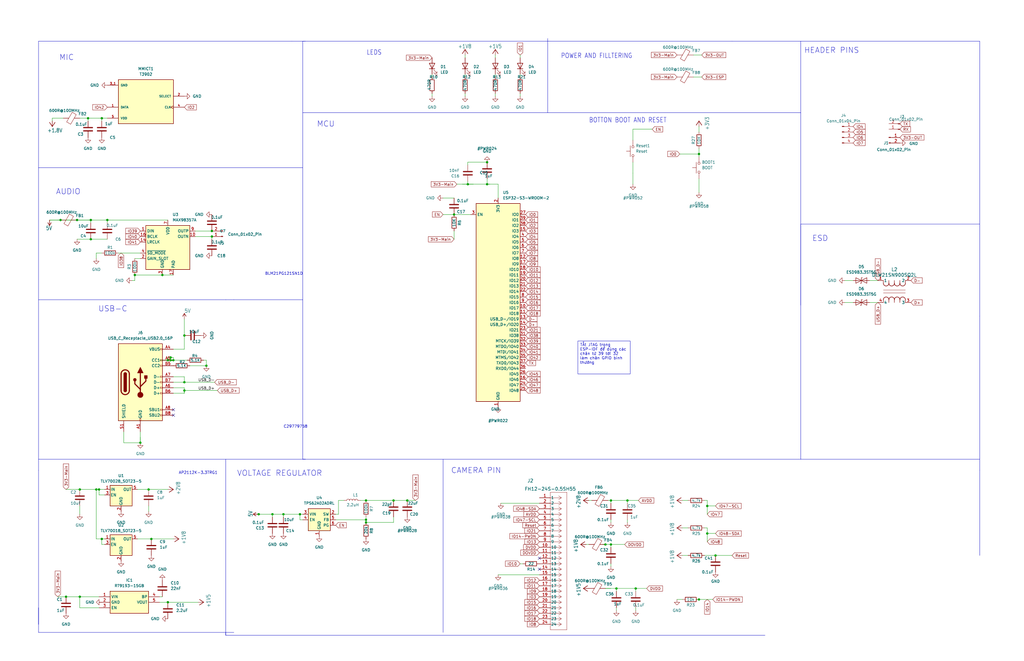
<source format=kicad_sch>
(kicad_sch (version 20250114) (generator "eeschema") (generator_version "9.0")
  (paper "User" 472.592 305.333)
  (lib_symbols
    (symbol "Audio:MAX98357A"
      (property "Reference" "U" (at -8.89 11.43 0))
      (property "Value" "MAX98357A" (at 10.16 11.43 0))
      (symbol "MAX98357A_1_1"
        (pin input line (at -12.7 7.62 0) (length 2.54) (name "DIN") (number "1"))
        (pin input line (at -12.7 5.08 0) (length 2.54) (name "BCLK") (number "16"))
        (pin input line (at -12.7 2.54 0) (length 2.54) (name "LRCLK") (number "14"))
        (pin input line (at -12.7 -2.54 0) (length 2.54) (name "~{SD_MODE}") (number "4"))
        (pin passive line (at -12.7 -5.08 0) (length 2.54) (name "GAIN_SLOT") (number "2"))
        (pin passive line (at -2.54 -12.7 90) (length 2.54) (hide yes) (name "GND") (number "11"))
        (pin passive line (at -2.54 -12.7 90) (length 2.54) (hide yes) (name "GND") (number "15"))
        (pin power_in line (at -2.54 -12.7 90) (length 2.54) (name "GND") (number "3"))
        (pin power_in line (at 0 12.7 270) (length 2.54) (name "VDD") (number "7"))
        (pin passive line (at 0 12.7 270) (length 2.54) (hide yes) (name "VDD") (number "8"))
        (pin unspecified line (at 2.54 -12.7 90) (length 2.54) (name "PAD") (number "17"))
        (pin no_connect line (at 10.16 2.54 180) (length 2.54) (hide yes) (name "NC") (number "5"))
        (pin no_connect line (at 10.16 0 180) (length 2.54) (hide yes) (name "NC") (number "6"))
        (pin no_connect line (at 10.16 -5.08 180) (length 2.54) (hide yes) (name "NC") (number "12"))
        (pin no_connect line (at 10.16 -7.62 180) (length 2.54) (hide yes) (name "NC") (number "13"))
        (pin output line (at 12.7 7.62 180) (length 2.54) (name "OUTP") (number "9"))
        (pin output line (at 12.7 5.08 180) (length 2.54) (name "OUTN") (number "10"))
      )
    )
    (symbol "Conector_FPC:FH12-24S-0.5SH55" (pin_names (offset 0.254))
      (property "Reference" "J" (at 8.89 6.35 0))
      (property "Value" "FH12-24S-0.5SH55" (at 0 0 0))
      (symbol "FH12-24S-0.5SH55_1_1"
        (pin unspecified line (at 0 0 0) (length 5.08) (name "1") (number "1"))
        (pin unspecified line (at 0 -2.54 0) (length 5.08) (name "2") (number "2"))
        (pin unspecified line (at 0 -5.08 0) (length 5.08) (name "3") (number "3"))
        (pin unspecified line (at 0 -7.62 0) (length 5.08) (name "4") (number "4"))
        (pin unspecified line (at 0 -10.16 0) (length 5.08) (name "5") (number "5"))
        (pin unspecified line (at 0 -12.7 0) (length 5.08) (name "6") (number "6"))
        (pin unspecified line (at 0 -15.24 0) (length 5.08) (name "7") (number "7"))
        (pin unspecified line (at 0 -17.78 0) (length 5.08) (name "8") (number "8"))
        (pin unspecified line (at 0 -20.32 0) (length 5.08) (name "9") (number "9"))
        (pin unspecified line (at 0 -22.86 0) (length 5.08) (name "10") (number "10"))
        (pin unspecified line (at 0 -25.4 0) (length 5.08) (name "11") (number "11"))
        (pin unspecified line (at 0 -27.94 0) (length 5.08) (name "12") (number "12"))
        (pin unspecified line (at 0 -30.48 0) (length 5.08) (name "13") (number "13"))
        (pin unspecified line (at 0 -33.02 0) (length 5.08) (name "14") (number "14"))
        (pin unspecified line (at 0 -35.56 0) (length 5.08) (name "15") (number "15"))
        (pin unspecified line (at 0 -38.1 0) (length 5.08) (name "16") (number "16"))
        (pin unspecified line (at 0 -40.64 0) (length 5.08) (name "17") (number "17"))
        (pin unspecified line (at 0 -43.18 0) (length 5.08) (name "18") (number "18"))
        (pin unspecified line (at 0 -45.72 0) (length 5.08) (name "19") (number "19"))
        (pin unspecified line (at 0 -48.26 0) (length 5.08) (name "20") (number "20"))
        (pin unspecified line (at 0 -50.8 0) (length 5.08) (name "21") (number "21"))
        (pin unspecified line (at 0 -53.34 0) (length 5.08) (name "22") (number "22"))
        (pin unspecified line (at 0 -55.88 0) (length 5.08) (name "23") (number "23"))
        (pin unspecified line (at 0 -58.42 0) (length 5.08) (name "24") (number "24"))
      )
      (symbol "FH12-24S-0.5SH55_1_2"
        (pin unspecified line (at 0 0 0) (length 5.08) (name "1") (number "1"))
        (pin unspecified line (at 0 -2.54 0) (length 5.08) (name "2") (number "2"))
        (pin unspecified line (at 0 -5.08 0) (length 5.08) (name "3") (number "3"))
        (pin unspecified line (at 0 -7.62 0) (length 5.08) (name "4") (number "4"))
        (pin unspecified line (at 0 -10.16 0) (length 5.08) (name "5") (number "5"))
        (pin unspecified line (at 0 -12.7 0) (length 5.08) (name "6") (number "6"))
        (pin unspecified line (at 0 -15.24 0) (length 5.08) (name "7") (number "7"))
        (pin unspecified line (at 0 -17.78 0) (length 5.08) (name "8") (number "8"))
        (pin unspecified line (at 0 -20.32 0) (length 5.08) (name "9") (number "9"))
        (pin unspecified line (at 0 -22.86 0) (length 5.08) (name "10") (number "10"))
        (pin unspecified line (at 0 -25.4 0) (length 5.08) (name "11") (number "11"))
        (pin unspecified line (at 0 -27.94 0) (length 5.08) (name "12") (number "12"))
        (pin unspecified line (at 0 -30.48 0) (length 5.08) (name "13") (number "13"))
        (pin unspecified line (at 0 -33.02 0) (length 5.08) (name "14") (number "14"))
        (pin unspecified line (at 0 -35.56 0) (length 5.08) (name "15") (number "15"))
        (pin unspecified line (at 0 -38.1 0) (length 5.08) (name "16") (number "16"))
        (pin unspecified line (at 0 -40.64 0) (length 5.08) (name "17") (number "17"))
        (pin unspecified line (at 0 -43.18 0) (length 5.08) (name "18") (number "18"))
        (pin unspecified line (at 0 -45.72 0) (length 5.08) (name "19") (number "19"))
        (pin unspecified line (at 0 -48.26 0) (length 5.08) (name "20") (number "20"))
        (pin unspecified line (at 0 -50.8 0) (length 5.08) (name "21") (number "21"))
        (pin unspecified line (at 0 -53.34 0) (length 5.08) (name "22") (number "22"))
        (pin unspecified line (at 0 -55.88 0) (length 5.08) (name "23") (number "23"))
        (pin unspecified line (at 0 -58.42 0) (length 5.08) (name "24") (number "24"))
      )
    )
    (symbol "Connector:Conn_01x02_Pin" (pin_names (offset 1.016) (hide yes))
      (property "Reference" "J" (at 0 2.54 0))
      (property "Value" "Conn_01x02_Pin" (at 0 -5.08 0))
      (symbol "Conn_01x02_Pin_1_1"
        (pin passive line (at 5.08 0 180) (length 3.81) (name "Pin_1") (number "1"))
        (pin passive line (at 5.08 -2.54 180) (length 3.81) (name "Pin_2") (number "2"))
      )
    )
    (symbol "Connector:Conn_01x04_Pin" (pin_names (offset 1.016) (hide yes))
      (property "Reference" "J" (at 0 5.08 0))
      (property "Value" "Conn_01x04_Pin" (at 0 -7.62 0))
      (symbol "Conn_01x04_Pin_1_1"
        (pin passive line (at 5.08 2.54 180) (length 3.81) (name "Pin_1") (number "1"))
        (pin passive line (at 5.08 0 180) (length 3.81) (name "Pin_2") (number "2"))
        (pin passive line (at 5.08 -2.54 180) (length 3.81) (name "Pin_3") (number "3"))
        (pin passive line (at 5.08 -5.08 180) (length 3.81) (name "Pin_4") (number "4"))
      )
    )
    (symbol "Connector:USB_C_Receptacle_USB2.0_16P" (pin_names (offset 1.016))
      (property "Reference" "J" (at 0 22.225 0))
      (property "Value" "USB_C_Receptacle_USB2.0_16P" (at 0 19.685 0))
      (symbol "USB_C_Receptacle_USB2.0_16P_1_1"
        (pin passive line (at -7.62 -22.86 90) (length 5.08) (name "SHIELD") (number "S1"))
        (pin passive line (at 0 -22.86 90) (length 5.08) (name "GND") (number "A1"))
        (pin passive line (at 0 -22.86 90) (length 5.08) (hide yes) (name "GND") (number "A12"))
        (pin passive line (at 0 -22.86 90) (length 5.08) (hide yes) (name "GND") (number "B1"))
        (pin passive line (at 0 -22.86 90) (length 5.08) (hide yes) (name "GND") (number "B12"))
        (pin passive line (at 15.24 15.24 180) (length 5.08) (name "VBUS") (number "A4"))
        (pin passive line (at 15.24 15.24 180) (length 5.08) (hide yes) (name "VBUS") (number "A9"))
        (pin passive line (at 15.24 15.24 180) (length 5.08) (hide yes) (name "VBUS") (number "B4"))
        (pin passive line (at 15.24 15.24 180) (length 5.08) (hide yes) (name "VBUS") (number "B9"))
        (pin bidirectional line (at 15.24 10.16 180) (length 5.08) (name "CC1") (number "A5"))
        (pin bidirectional line (at 15.24 7.62 180) (length 5.08) (name "CC2") (number "B5"))
        (pin bidirectional line (at 15.24 2.54 180) (length 5.08) (name "D-") (number "A7"))
        (pin bidirectional line (at 15.24 0 180) (length 5.08) (name "D-") (number "B7"))
        (pin bidirectional line (at 15.24 -2.54 180) (length 5.08) (name "D+") (number "A6"))
        (pin bidirectional line (at 15.24 -5.08 180) (length 5.08) (name "D+") (number "B6"))
        (pin bidirectional line (at 15.24 -12.7 180) (length 5.08) (name "SBU1") (number "A8"))
        (pin bidirectional line (at 15.24 -15.24 180) (length 5.08) (name "SBU2") (number "B8"))
      )
    )
    (symbol "Device:C" (pin_numbers (hide yes)) (pin_names (offset 0.254))
      (property "Reference" "C" (at 0.635 2.54 0))
      (property "Value" "C" (at 0.635 -2.54 0))
      (symbol "C_1_1"
        (pin passive line (at 0 3.81 270) (length 2.794) (name "~") (number "1"))
        (pin passive line (at 0 -3.81 90) (length 2.794) (name "~") (number "2"))
      )
    )
    (symbol "Device:FerriteBead" (pin_numbers (hide yes)) (pin_names (offset 0))
      (property "Reference" "FB" (at -3.81 0.635 90))
      (property "Value" "FerriteBead" (at 3.81 0 90))
      (symbol "FerriteBead_1_1"
        (pin passive line (at 0 3.81 270) (length 2.54) (name "~") (number "1"))
        (pin passive line (at 0 -3.81 90) (length 2.54) (name "~") (number "2"))
      )
    )
    (symbol "Device:L" (pin_numbers (hide yes)) (pin_names (offset 1.016) (hide yes))
      (property "Reference" "L" (at -1.27 0 90))
      (property "Value" "L" (at 1.905 0 90))
      (symbol "L_1_1"
        (pin passive line (at 0 3.81 270) (length 1.27) (name "1") (number "1"))
        (pin passive line (at 0 -3.81 90) (length 1.27) (name "2") (number "2"))
      )
    )
    (symbol "Device:LED" (pin_numbers (hide yes)) (pin_names (offset 1.016) (hide yes))
      (property "Reference" "D" (at 0 2.54 0))
      (property "Value" "LED" (at 0 -2.54 0))
      (symbol "LED_1_1"
        (pin passive line (at -3.81 0 0) (length 2.54) (name "K") (number "1"))
        (pin passive line (at 3.81 0 180) (length 2.54) (name "A") (number "2"))
      )
    )
    (symbol "Device:R" (pin_numbers (hide yes)) (pin_names (offset 0))
      (property "Reference" "R" (at 2.032 0 90))
      (property "Value" "R" (at 0 0 90))
      (symbol "R_1_1"
        (pin passive line (at 0 3.81 270) (length 1.27) (name "~") (number "1"))
        (pin passive line (at 0 -3.81 90) (length 1.27) (name "~") (number "2"))
      )
    )
    (symbol "Diode:ESD9B3.3ST5G" (pin_numbers (hide yes)) (pin_names (offset 1.016) (hide yes))
      (property "Reference" "D" (at 0 2.54 0))
      (property "Value" "ESD9B3.3ST5G" (at 0 -2.54 0))
      (symbol "ESD9B3.3ST5G_1_1"
        (pin passive line (at -3.81 0 0) (length 2.54) (name "A1") (number "1"))
        (pin passive line (at 3.81 0 180) (length 2.54) (name "A2") (number "2"))
      )
    )
    (symbol "LDO-1.5-:RT9193-15GB"
      (property "Reference" "IC" (at 24.13 7.62 0))
      (property "Value" "RT9193-15GB" (at 24.13 5.08 0))
      (symbol "RT9193-15GB_1_1"
        (pin power_in line (at 0 0 0) (length 5.08) (name "VIN") (number "1"))
        (pin power_in line (at 0 -2.54 0) (length 5.08) (name "GND") (number "2"))
        (pin input line (at 0 -5.08 0) (length 5.08) (name "EN") (number "3"))
        (pin passive line (at 27.94 0 180) (length 5.08) (name "BP") (number "4"))
        (pin power_in line (at 27.94 -2.54 180) (length 5.08) (name "VOUT") (number "5"))
      )
    )
    (symbol "MaTouch 1.9“ TFT Breakout v1.1-eagle-import:+3V3" (power)
      (property "Value" "+3V3" (at -2.54 -5.08 90))
      (symbol "+3V3_1_0"
        (pin power_in line (at 0 -2.54 90) (length 2.54) (name "+3V3") (number "1"))
      )
    )
    (symbol "MaTouch 1.9“ TFT Breakout v1.1-eagle-import:5V" (power)
      (property "Value" "5V" (at 0 2.794 0))
      (symbol "5V_1_0"
        (pin power_in line (at 0 0 90) (length 2.54) (name "5V") (number "1"))
      )
    )
    (symbol "RF_Module:ESP32-S3-WROOM-2"
      (property "Reference" "U" (at -10.16 45.72 0))
      (property "Value" "ESP32-S3-WROOM-2" (at 2.54 45.72 0))
      (symbol "ESP32-S3-WROOM-2_1_1"
        (pin input line (at -12.7 40.64 0) (length 2.54) (name "EN") (number "3"))
        (pin no_connect line (at -10.16 -35.56 0) (length 2.54) (hide yes) (name "NC") (number "28"))
        (pin no_connect line (at -10.16 -38.1 0) (length 2.54) (hide yes) (name "NC") (number "29"))
        (pin no_connect line (at -10.16 -40.64 0) (length 2.54) (hide yes) (name "NC") (number "30"))
        (pin power_in line (at 0 48.26 270) (length 2.54) (name "3V3") (number "2"))
        (pin power_in line (at 0 -48.26 90) (length 2.54) (name "GND") (number "1"))
        (pin passive line (at 0 -48.26 90) (length 2.54) (hide yes) (name "GND") (number "40"))
        (pin passive line (at 0 -48.26 90) (length 2.54) (hide yes) (name "GND") (number "41"))
        (pin bidirectional line (at 12.7 40.64 180) (length 2.54) (name "IO0") (number "27"))
        (pin bidirectional line (at 12.7 38.1 180) (length 2.54) (name "IO1") (number "39"))
        (pin bidirectional line (at 12.7 35.56 180) (length 2.54) (name "IO2") (number "38"))
        (pin bidirectional line (at 12.7 33.02 180) (length 2.54) (name "IO3") (number "15"))
        (pin bidirectional line (at 12.7 30.48 180) (length 2.54) (name "IO4") (number "4"))
        (pin bidirectional line (at 12.7 27.94 180) (length 2.54) (name "IO5") (number "5"))
        (pin bidirectional line (at 12.7 25.4 180) (length 2.54) (name "IO6") (number "6"))
        (pin bidirectional line (at 12.7 22.86 180) (length 2.54) (name "IO7") (number "7"))
        (pin bidirectional line (at 12.7 20.32 180) (length 2.54) (name "IO8") (number "12"))
        (pin bidirectional line (at 12.7 17.78 180) (length 2.54) (name "IO9") (number "17"))
        (pin bidirectional line (at 12.7 15.24 180) (length 2.54) (name "IO10") (number "18"))
        (pin bidirectional line (at 12.7 12.7 180) (length 2.54) (name "IO11") (number "19"))
        (pin bidirectional line (at 12.7 10.16 180) (length 2.54) (name "IO12") (number "20"))
        (pin bidirectional line (at 12.7 7.62 180) (length 2.54) (name "IO13") (number "21"))
        (pin bidirectional line (at 12.7 5.08 180) (length 2.54) (name "IO14") (number "22"))
        (pin bidirectional line (at 12.7 2.54 180) (length 2.54) (name "IO15") (number "8"))
        (pin bidirectional line (at 12.7 0 180) (length 2.54) (name "IO16") (number "9"))
        (pin bidirectional line (at 12.7 -2.54 180) (length 2.54) (name "IO17") (number "10"))
        (pin bidirectional line (at 12.7 -5.08 180) (length 2.54) (name "IO18") (number "11"))
        (pin bidirectional line (at 12.7 -7.62 180) (length 2.54) (name "USB_D-/IO19") (number "13"))
        (pin bidirectional line (at 12.7 -10.16 180) (length 2.54) (name "USB_D+/IO20") (number "14"))
        (pin bidirectional line (at 12.7 -12.7 180) (length 2.54) (name "IO21") (number "23"))
        (pin bidirectional line (at 12.7 -15.24 180) (length 2.54) (name "IO38") (number "31"))
        (pin bidirectional line (at 12.7 -17.78 180) (length 2.54) (name "MTCK/IO39") (number "32"))
        (pin bidirectional line (at 12.7 -20.32 180) (length 2.54) (name "MTDO/IO40") (number "33"))
        (pin bidirectional line (at 12.7 -22.86 180) (length 2.54) (name "MTDI/IO41") (number "34"))
        (pin bidirectional line (at 12.7 -25.4 180) (length 2.54) (name "MTMS/IO42") (number "35"))
        (pin bidirectional line (at 12.7 -27.94 180) (length 2.54) (name "TXD0/IO43") (number "37"))
        (pin bidirectional line (at 12.7 -30.48 180) (length 2.54) (name "RXD0/IO44") (number "36"))
        (pin bidirectional line (at 12.7 -33.02 180) (length 2.54) (name "IO45") (number "26"))
        (pin bidirectional line (at 12.7 -35.56 180) (length 2.54) (name "IO46") (number "16"))
        (pin bidirectional line (at 12.7 -38.1 180) (length 2.54) (name "IO47") (number "24"))
        (pin bidirectional line (at 12.7 -40.64 180) (length 2.54) (name "IO48") (number "25"))
      )
    )
    (symbol "Regulator_Linear:TLV70018_SOT23-5" (pin_names (offset 0.254))
      (property "Reference" "U" (at -3.81 5.715 0))
      (property "Value" "TLV70018_SOT23-5" (at 0 5.715 0))
      (symbol "TLV70018_SOT23-5_1_1"
        (pin power_in line (at -7.62 2.54 0) (length 2.54) (name "IN") (number "1"))
        (pin input line (at -7.62 0 0) (length 2.54) (name "EN") (number "3"))
        (pin power_in line (at 0 -7.62 90) (length 2.54) (name "GND") (number "2"))
        (pin no_connect line (at 5.08 0 180) (length 2.54) (hide yes) (name "NC") (number "4"))
        (pin power_out line (at 7.62 2.54 180) (length 2.54) (name "OUT") (number "5"))
      )
    )
    (symbol "Regulator_Switching:TPS62A02ADRL"
      (property "Reference" "U" (at -5.08 6.35 0))
      (property "Value" "TPS62A02ADRL" (at 0 6.35 0))
      (symbol "TPS62A02ADRL_1_1"
        (pin power_in line (at -7.62 2.54 0) (length 2.54) (name "VIN") (number "3"))
        (pin input line (at -7.62 0 0) (length 2.54) (name "EN") (number "4"))
        (pin power_in line (at 0 -7.62 90) (length 2.54) (name "GND") (number "1"))
        (pin power_out line (at 7.62 2.54 180) (length 2.54) (name "SW") (number "2"))
        (pin input line (at 7.62 0 180) (length 2.54) (name "FB") (number "5"))
        (pin open_collector line (at 7.62 -2.54 180) (length 2.54) (name "PG") (number "6"))
      )
    )
    (symbol "Switch:SW_Push" (pin_numbers (hide yes)) (pin_names (offset 1.016) (hide yes))
      (property "Reference" "SW" (at 1.27 2.54 0))
      (property "Value" "SW_Push" (at 0 -1.524 0))
      (symbol "SW_Push_0_1"
        (pin passive line (at -5.08 0 0) (length 2.54) (name "1") (number "1"))
        (pin passive line (at 5.08 0 180) (length 2.54) (name "2") (number "2"))
      )
    )
    (symbol "T3902:T3902" (pin_names (offset 1.016))
      (property "Reference" "MK" (at -12.7 10.922 0))
      (property "Value" "T3902" (at -12.7 -12.7 0))
      (symbol "T3902_0_0"
        (pin input clock (at -17.78 2.54 0) (length 5.08) (name "CLK") (number "4"))
        (pin input line (at -17.78 -2.54 0) (length 5.08) (name "SELECT") (number "2"))
        (pin power_in line (at 17.78 7.62 180) (length 5.08) (name "VDD") (number "5"))
        (pin output line (at 17.78 2.54 180) (length 5.08) (name "DATA") (number "1"))
        (pin power_in line (at 17.78 -7.62 180) (length 5.08) (name "GND") (number "3_1"))
        (pin power_in line (at 17.78 -7.62 180) (length 5.08) (hide yes) (name "GND") (number "3_2"))
      )
    )
    (symbol "commonmodechoke:DLW21SN900SQ2L" (pin_names (offset 0.254))
      (property "Reference" "L" (at 7.62 2.54 0))
      (property "Value" "DLW21SN900SQ2L" (at 7.62 -12.7 0))
      (symbol "DLW21SN900SQ2L_0_1"
        (pin unspecified line (at 0 0 0) (length 2.54) (name "1") (number "1"))
        (pin unspecified line (at 0 -10.16 0) (length 2.54) (name "4") (number "4"))
        (pin unspecified line (at 15.24 0 180) (length 2.54) (name "2") (number "2"))
        (pin unspecified line (at 15.24 -10.16 180) (length 2.54) (name "3") (number "3"))
      )
    )
    (symbol "power:GND" (power) (pin_names (offset 0))
      (property "Value" "GND" (at 0 -3.81 0))
      (symbol "GND_1_1"
        (pin power_in line (at 0 0 270) (length 0) (hide yes) (name "GND") (number "1"))
      )
    )
  )
  (text "VOLTAGE REGULATOR" (at 129.032 218.694 0) (effects (font (size 2.54 2.54))))
  (text "\nAP2112K-3.3TRG1\n" (at 91.44 217.424 0) (effects (font (size 1.27 1.27))))
  (text "\nC29779758" (at 136.398 196.088 0) (effects (font (size 1.27 1.27))))
  (text "LEDS" (at 169.164 25.654 0) (effects (font (size 2.1844 1.8567)) (justify left bottom)))
  (text "MCU" (at 150.368 57.404 0) (effects (font (size 2.54 2.54))))
  (text "HEADER PINS" (at 383.794 23.368 0) (effects (font (size 2.54 2.54))))
  (text "ESD " (at 379.476 110.236 0) (effects (font (size 2.54 2.54))))
  (text "POWER AND FILLTERING" (at 258.826 27.178 0) (effects (font (size 2.1844 1.8567)) (justify left bottom)))
  (text "AUDIO\n" (at 31.496 88.646 0) (effects (font (size 2.54 2.54))))
  (text "BOTTON BOOT AND RESET" (at 271.78 56.896 0) (effects (font (size 2.1844 1.8567)) (justify left bottom)))
  (text "MIC\n" (at 30.734 26.67 0) (effects (font (size 2.54 2.54))))
  (text "CAMERA PIN\n" (at 219.71 217.424 0) (effects (font (size 2.54 2.54))))
  (text "USB-C" (at 52.07 142.748 0) (effects (font (size 2.54 2.54))))
  (text "BLM21PG121SN1D" (at 131.064 126.492 0) (effects (font (size 1.27 1.27))))
  (text_box "TẮt JTAG trong ESP-IDF để dùng các chân từ 39 tới 32 làm chân GPIO bình thường\n" (at 266.7 157.48 0) (size 24.13 15.24) (margins 0.9525 0.9525 0.9525 0.9525) (effects (font (size 1.27 1.27)) (justify left top)))
  (junction (at 45.72 226.06))
  (junction (at 85.09 176.53))
  (junction (at 68.58 226.06))
  (junction (at 284.48 271.78))
  (junction (at 322.58 276.86))
  (junction (at 36.83 226.06))
  (junction (at 85.09 154.94))
  (junction (at 80.01 166.37))
  (junction (at 125.73 237.49))
  (junction (at 77.47 166.37))
  (junction (at 40.64 54.61))
  (junction (at 130.81 237.49))
  (junction (at 46.99 248.92))
  (junction (at 168.91 231.14))
  (junction (at 49.53 101.6))
  (junction (at 35.56 101.6))
  (junction (at 330.2 256.54))
  (junction (at 168.91 241.3))
  (junction (at 326.39 246.38))
  (junction (at 27.94 101.6))
  (junction (at 322.58 71.12))
  (junction (at 62.23 127))
  (junction (at 224.79 85.09))
  (junction (at 36.83 275.59))
  (junction (at 95.25 168.91))
  (junction (at 224.79 74.93))
  (junction (at 85.09 180.34))
  (junction (at 97.79 106.68))
  (junction (at 187.96 231.14))
  (junction (at 209.55 99.06))
  (junction (at 64.77 204.47))
  (junction (at 46.99 54.61))
  (junction (at 138.43 237.49))
  (junction (at 281.94 231.14))
  (junction (at 326.39 233.68))
  (junction (at 119.38 237.49))
  (junction (at 281.94 251.46))
  (junction (at 41.91 101.6))
  (junction (at 168.91 240.03))
  (junction (at 289.56 231.14))
  (junction (at 279.4 251.46))
  (junction (at 69.85 248.92))
  (junction (at 77.47 278.13))
  (junction (at 41.91 110.49))
  (junction (at 215.9 85.09))
  (junction (at 74.93 127))
  (junction (at 97.79 109.22))
  (junction (at 293.37 271.78))
  (junction (at 78.74 165.1))
  (junction (at 44.45 226.06))
  (junction (at 181.61 231.14))
  (junction (at 30.48 275.59))
  (junction (at 78.74 166.37))
  (no_connect (at 248.92 262.89))
  (no_connect (at 80.01 191.77))
  (no_connect (at 80.01 189.23))
  (no_connect (at 248.92 257.81))
  (wire (pts (xy 73.66 275.59) (xy 74.93 275.59)))
  (wire (pts (xy 389.89 129.54) (xy 393.7 129.54)))
  (wire (pts (xy 85.09 181.61) (xy 80.01 181.61)) (stroke (width 0.1524)))
  (wire (pts (xy 138.43 237.49) (xy 138.43 240.03)))
  (wire (pts (xy 215.9 74.93) (xy 224.79 74.93)) (stroke (width 0.1524)))
  (polyline (pts (xy 17.78 212.09) (xy 452.12 212.09)) (stroke (width 0.1524) (type solid)))
  (wire (pts (xy 85.09 176.53) (xy 99.06 176.53)) (stroke (width 0.1524)))
  (wire (pts (xy 320.04 25.4) (xy 323.85 25.4)))
  (wire (pts (xy 325.12 256.54) (xy 330.2 256.54)))
  (polyline (pts (xy 139.7 77.47) (xy 17.78 77.47)) (stroke (width 0.1524) (type solid)))
  (wire (pts (xy 85.09 180.34) (xy 85.09 181.61)) (stroke (width 0.1524)))
  (wire (pts (xy 229.87 265.43) (xy 248.92 265.43)))
  (wire (pts (xy 181.61 231.14) (xy 187.96 231.14)))
  (wire (pts (xy 46.99 55.88) (xy 46.99 54.61)) (stroke (width 0.1524)))
  (wire (pts (xy 215.9 74.93) (xy 215.9 76.2)) (stroke (width 0.1524)))
  (wire (pts (xy 26.67 275.59) (xy 30.48 275.59)))
  (wire (pts (xy 85.09 180.34) (xy 100.33 180.34)) (stroke (width 0.1524)))
  (wire (pts (xy 119.38 237.49) (xy 125.73 237.49)) (stroke (width 0.1524)))
  (wire (pts (xy 330.2 256.54) (xy 337.82 256.54)))
  (wire (pts (xy 292.1 64.77) (xy 292.1 59.69)) (stroke (width 0.1524)))
  (wire (pts (xy 320.04 35.56) (xy 323.85 35.56)))
  (polyline (pts (xy 139.7 138.43) (xy 139.7 212.09)) (stroke (width 0.1524) (type solid)))
  (polyline (pts (xy 104.14 212.09) (xy 104.14 293.37)) (stroke (width 0.1524) (type solid)))
  (wire (pts (xy 224.79 85.09) (xy 229.87 85.09)))
  (polyline (pts (xy 104.14 293.37) (xy 353.06 293.37)) (stroke (width 0.1524) (type solid)))
  (wire (pts (xy 35.56 110.49) (xy 41.91 110.49)))
  (polyline (pts (xy 139.7 212.09) (xy 140.97 212.09)) (stroke (width 0.1524) (type solid)))
  (wire (pts (xy 63.5 226.06) (xy 68.58 226.06)))
  (wire (pts (xy 77.47 166.37) (xy 77.47 165.1)) (stroke (width 0.1524)))
  (wire (pts (xy 80.01 166.37) (xy 78.74 166.37)))
  (polyline (pts (xy 452.12 217.17) (xy 452.12 256.54)) (stroke (width 0.1524) (type solid)))
  (wire (pts (xy 73.66 278.13) (xy 77.47 278.13)))
  (polyline (pts (xy 369.57 103.505) (xy 369.57 212.09)) (stroke (width 0.1524) (type solid)))
  (wire (pts (xy 271.78 231.14) (xy 273.05 231.14)))
  (polyline (pts (xy 17.78 19.05) (xy 134.62 19.05)) (stroke (width 0.1524) (type solid)))
  (wire (pts (xy 293.37 271.78) (xy 298.45 271.78)) (stroke (width 0.1524)))
  (wire (pts (xy 284.48 271.78) (xy 293.37 271.78)) (stroke (width 0.1524)))
  (wire (pts (xy 57.15 199.39) (xy 57.15 204.47)))
  (wire (pts (xy 281.94 231.14) (xy 289.56 231.14)) (stroke (width 0.1524)))
  (wire (pts (xy 279.4 271.78) (xy 281.94 271.78)))
  (wire (pts (xy 314.96 243.84) (xy 317.5 243.84)) (stroke (width 0.1524)))
  (polyline (pts (xy 104.14 293.37) (xy 104.14 292.1)) (stroke (width 0.1524) (type solid)))
  (wire (pts (xy 45.72 226.06) (xy 48.26 226.06)))
  (wire (pts (xy 292.1 59.69) (xy 300.99 59.69)) (stroke (width 0.1524)))
  (wire (pts (xy 215.9 85.09) (xy 224.79 85.09)))
  (polyline (pts (xy 252.73 17.78) (xy 252.73 52.07)) (stroke (width 0.1524) (type solid)))
  (wire (pts (xy 90.17 106.68) (xy 97.79 106.68)))
  (wire (pts (xy 40.64 54.61) (xy 46.99 54.61)) (stroke (width 0.1524)))
  (wire (pts (xy 85.09 161.29) (xy 80.01 161.29)))
  (wire (pts (xy 85.09 173.99) (xy 85.09 176.53)))
  (wire (pts (xy 322.58 71.12) (xy 322.58 72.39)) (stroke (width 0.1524)))
  (wire (pts (xy 44.45 116.84) (xy 46.99 116.84)))
  (polyline (pts (xy 17.78 217.17) (xy 17.78 288.29)) (stroke (width 0.1524) (type solid)))
  (wire (pts (xy 24.13 54.61) (xy 29.21 54.61)))
  (polyline (pts (xy 369.57 103.505) (xy 452.12 103.505)) (stroke (width 0.1524) (type solid)))
  (wire (pts (xy 77.47 165.1) (xy 78.74 165.1)) (stroke (width 0.1524)))
  (wire (pts (xy 401.32 139.7) (xy 405.13 139.7)))
  (wire (pts (xy 36.83 233.68) (xy 36.83 237.49)))
  (polyline (pts (xy 17.78 292.1) (xy 17.78 288.29)) (stroke (width 0.1524) (type solid)))
  (wire (pts (xy 214.63 44.45) (xy 214.63 43.18)) (stroke (width 0.1524)))
  (wire (pts (xy 228.6 44.45) (xy 228.6 43.18)) (stroke (width 0.1524)))
  (wire (pts (xy 80.01 179.07) (xy 85.09 179.07)))
  (wire (pts (xy 22.86 101.6) (xy 27.94 101.6)) (stroke (width 0.1524)))
  (wire (pts (xy 289.56 241.3) (xy 289.56 240.03)) (stroke (width 0.1524)))
  (wire (pts (xy 49.53 102.87) (xy 49.53 101.6)) (stroke (width 0.1524)))
  (wire (pts (xy 24.13 54.61) (xy 24.13 55.88)))
  (wire (pts (xy 85.09 179.07) (xy 85.09 180.34)))
  (polyline (pts (xy 139.7 138.43) (xy 139.7 19.05)) (stroke (width 0.1524) (type solid)))
  (wire (pts (xy 181.61 238.76) (xy 181.61 241.3)))
  (wire (pts (xy 77.47 278.13) (xy 91.44 278.13)))
  (wire (pts (xy 74.93 127) (xy 80.01 127)))
  (wire (pts (xy 69.85 248.92) (xy 80.01 248.92)))
  (wire (pts (xy 401.32 129.54) (xy 405.13 129.54)))
  (wire (pts (xy 85.09 147.32) (xy 85.09 154.94)))
  (wire (pts (xy 40.64 55.88) (xy 40.64 54.61)) (stroke (width 0.1524)))
  (wire (pts (xy 240.03 44.45) (xy 240.03 43.18)) (stroke (width 0.1524)))
  (wire (pts (xy 326.39 246.38) (xy 326.39 250.19)) (stroke (width 0.1524)))
  (wire (pts (xy 168.91 241.3) (xy 181.61 241.3)))
  (wire (pts (xy 213.36 85.09) (xy 215.9 85.09)) (stroke (width 0.1524)))
  (wire (pts (xy 80.01 173.99) (xy 85.09 173.99)))
  (wire (pts (xy 158.75 231.14) (xy 156.21 231.14)))
  (wire (pts (xy 389.89 139.7) (xy 393.7 139.7)))
  (wire (pts (xy 322.58 68.58) (xy 322.58 71.12)) (stroke (width 0.1524)))
  (wire (pts (xy 240.03 25.4) (xy 240.03 26.67)) (stroke (width 0.1524)))
  (wire (pts (xy 36.83 54.61) (xy 40.64 54.61)) (stroke (width 0.1524)))
  (wire (pts (xy 289.56 231.14) (xy 294.64 231.14)) (stroke (width 0.1524)))
  (wire (pts (xy 228.6 35.56) (xy 228.6 34.29)) (stroke (width 0.1524)))
  (wire (pts (xy 224.79 85.09) (xy 226.06 85.09)) (stroke (width 0.1524)))
  (wire (pts (xy 187.96 231.14) (xy 191.77 231.14)))
  (wire (pts (xy 36.83 275.59) (xy 45.72 275.59)))
  (wire (pts (xy 279.4 271.78) (xy 284.48 271.78)) (stroke (width 0.1524)))
  (wire (pts (xy 156.21 231.14) (xy 156.21 237.49)))
  (wire (pts (xy 85.09 176.53) (xy 80.01 176.53)) (stroke (width 0.1524)))
  (wire (pts (xy 293.37 281.94) (xy 293.37 280.67)) (stroke (width 0.1524)))
  (wire (pts (xy 48.26 228.6) (xy 45.72 228.6)))
  (wire (pts (xy 54.61 116.84) (xy 64.77 116.84)))
  (wire (pts (xy 199.39 44.45) (xy 199.39 43.18)) (stroke (width 0.1524)))
  (wire (pts (xy 281.94 231.14) (xy 281.94 232.41)) (stroke (width 0.1524)))
  (wire (pts (xy 30.48 226.06) (xy 36.83 226.06)))
  (wire (pts (xy 73.66 166.37) (xy 77.47 166.37)) (stroke (width 0.1524)))
  (wire (pts (xy 62.23 129.54) (xy 60.96 129.54)))
  (wire (pts (xy 48.26 248.92) (xy 46.99 248.92)))
  (wire (pts (xy 322.58 71.12) (xy 313.69 71.12)) (stroke (width 0.1524)))
  (polyline (pts (xy 104.14 138.43) (xy 107.95 138.43)) (stroke (width 0.1524) (type solid)))
  (wire (pts (xy 281.94 241.3) (xy 281.94 240.03)) (stroke (width 0.1524)))
  (wire (pts (xy 46.99 251.46) (xy 46.99 248.92)))
  (wire (pts (xy 156.21 237.49) (xy 154.94 237.49)))
  (wire (pts (xy 209.55 110.49) (xy 209.55 106.68)))
  (wire (pts (xy 46.99 248.92) (xy 44.45 248.92)))
  (wire (pts (xy 154.94 240.03) (xy 168.91 240.03)))
  (wire (pts (xy 229.87 85.09) (xy 229.87 91.44)))
  (wire (pts (xy 85.09 180.34) (xy 85.09 181.61)))
  (wire (pts (xy 281.94 251.46) (xy 288.29 251.46)) (stroke (width 0.1524)))
  (polyline (pts (xy 104.14 293.37) (xy 104.14 292.1)) (stroke (width 0.1524) (type solid)))
  (polyline (pts (xy 17.78 217.17) (xy 17.78 19.05)) (stroke (width 0.1524) (type solid)))
  (wire (pts (xy 215.9 85.09) (xy 215.9 83.82)) (stroke (width 0.1524)))
  (wire (pts (xy 63.5 248.92) (xy 69.85 248.92)))
  (wire (pts (xy 93.98 166.37) (xy 95.25 166.37)))
  (wire (pts (xy 48.26 251.46) (xy 46.99 251.46)))
  (wire (pts (xy 95.25 166.37) (xy 95.25 168.91)) (stroke (width 0.1524)))
  (polyline (pts (xy 104.14 138.43) (xy 17.78 138.43)) (stroke (width 0.1524) (type solid)))
  (wire (pts (xy 322.58 276.86) (xy 328.93 276.86)))
  (wire (pts (xy 64.77 199.39) (xy 64.77 204.47)) (stroke (width 0.1524)))
  (wire (pts (xy 44.45 116.84) (xy 44.45 119.38)))
  (wire (pts (xy 325.12 231.14) (xy 326.39 231.14)) (stroke (width 0.1524)))
  (wire (pts (xy 168.91 240.03) (xy 168.91 238.76)))
  (wire (pts (xy 78.74 165.1) (xy 80.01 165.1)) (stroke (width 0.1524)))
  (wire (pts (xy 204.47 91.44) (xy 209.55 91.44)))
  (wire (pts (xy 68.58 226.06) (xy 77.47 226.06)))
  (wire (pts (xy 330.2 246.38) (xy 326.39 246.38)) (stroke (width 0.1524)))
  (wire (pts (xy 36.83 226.06) (xy 44.45 226.06)))
  (wire (pts (xy 118.745 237.49) (xy 119.38 237.49)) (stroke (width 0.1524)))
  (wire (pts (xy 228.6 25.4) (xy 228.6 26.67)) (stroke (width 0.1524)))
  (wire (pts (xy 64.77 204.47) (xy 64.77 201.93)))
  (wire (pts (xy 166.37 231.14) (xy 168.91 231.14)))
  (wire (pts (xy 85.09 154.94) (xy 85.09 161.29)))
  (wire (pts (xy 130.81 237.49) (xy 138.43 237.49)) (stroke (width 0.1524)))
  (wire (pts (xy 45.72 280.67) (xy 36.83 280.67)))
  (wire (pts (xy 224.79 82.55) (xy 224.79 85.09)) (stroke (width 0.1524)))
  (wire (pts (xy 322.58 58.42) (xy 322.58 60.96)) (stroke (width 0.1524)))
  (wire (pts (xy 293.37 271.78) (xy 293.37 273.05)) (stroke (width 0.1524)))
  (wire (pts (xy 312.42 276.86) (xy 314.96 276.86)))
  (wire (pts (xy 284.48 281.94) (xy 284.48 280.67)) (stroke (width 0.1524)))
  (polyline (pts (xy 139.7 19.05) (xy 140.97 19.05)) (stroke (width 0.1524) (type solid)))
  (wire (pts (xy 27.94 101.6) (xy 35.56 101.6)) (stroke (width 0.1524)))
  (wire (pts (xy 125.73 238.76) (xy 125.73 237.49)) (stroke (width 0.1524)))
  (wire (pts (xy 278.13 251.46) (xy 279.4 251.46)))
  (wire (pts (xy 330.2 233.68) (xy 326.39 233.68)) (stroke (width 0.1524)))
  (wire (pts (xy 139.7 240.03) (xy 138.43 240.03)))
  (wire (pts (xy 22.86 101.6) (xy 27.94 101.6)))
  (wire (pts (xy 322.58 82.55) (xy 322.58 88.9)) (stroke (width 0.1524)))
  (wire (pts (xy 280.67 231.14) (xy 281.94 231.14)))
  (wire (pts (xy 270.51 251.46) (xy 271.78 251.46)))
  (polyline (pts (xy 369.57 19.05) (xy 369.57 52.07)) (stroke (width 0.1524) (type solid)))
  (wire (pts (xy 209.55 99.06) (xy 217.17 99.06)))
  (polyline (pts (xy 17.78 280.67) (xy 17.78 288.29)) (stroke (width 0.1524) (type solid)))
  (wire (pts (xy 199.39 35.56) (xy 199.39 34.29)) (stroke (width 0.1524)))
  (wire (pts (xy 87.63 168.91) (xy 95.25 168.91)) (stroke (width 0.1524)))
  (polyline (pts (xy 337.82 19.05) (xy 134.62 19.05)) (stroke (width 0.1524) (type solid)))
  (wire (pts (xy 62.23 119.38) (xy 64.77 119.38)))
  (wire (pts (xy 41.91 110.49) (xy 49.53 110.49)))
  (wire (pts (xy 44.45 226.06) (xy 44.45 248.92)))
  (wire (pts (xy 326.39 233.68) (xy 326.39 237.49)) (stroke (width 0.1524)))
  (wire (pts (xy 314.96 231.14) (xy 317.5 231.14)) (stroke (width 0.1524)))
  (wire (pts (xy 78.74 166.37) (xy 77.47 166.37)) (stroke (width 0.1524)))
  (polyline (pts (xy 452.12 146.05) (xy 452.12 19.05)) (stroke (width 0.1524) (type solid)))
  (polyline (pts (xy 107.95 292.1) (xy 17.78 292.1)) (stroke (width 0.1524) (type solid)))
  (wire (pts (xy 325.12 243.84) (xy 326.39 243.84)) (stroke (width 0.1524)))
  (polyline (pts (xy 369.57 52.07) (xy 369.57 140.97)) (stroke (width 0.1524) (type solid)))
  (wire (pts (xy 210.82 85.09) (xy 215.9 85.09)))
  (wire (pts (xy 214.63 25.4) (xy 214.63 26.67)) (stroke (width 0.1524)))
  (wire (pts (xy 57.15 204.47) (xy 64.77 204.47)))
  (wire (pts (xy 289.56 231.14) (xy 289.56 232.41)) (stroke (width 0.1524)))
  (wire (pts (xy 326.39 243.84) (xy 326.39 246.38)) (stroke (width 0.1524)))
  (wire (pts (xy 240.03 35.56) (xy 240.03 34.29)) (stroke (width 0.1524)))
  (wire (pts (xy 27.94 101.6) (xy 34.29 101.6)))
  (wire (pts (xy 97.79 110.49) (xy 97.79 109.22)))
  (wire (pts (xy 214.63 35.56) (xy 214.63 34.29)) (stroke (width 0.1524)))
  (polyline (pts (xy 139.7 52.07) (xy 369.57 52.07)) (stroke (width 0.1524) (type solid)))
  (wire (pts (xy 130.81 238.76) (xy 130.81 237.49)) (stroke (width 0.1524)))
  (wire (pts (xy 49.53 54.61) (xy 46.99 54.61)))
  (wire (pts (xy 240.03 260.35) (xy 241.3 260.35)))
  (wire (pts (xy 68.58 233.68) (xy 68.58 236.22)))
  (wire (pts (xy 279.4 251.46) (xy 281.94 251.46)))
  (wire (pts (xy 215.9 85.09) (xy 218.44 85.09)) (stroke (width 0.1524)))
  (wire (pts (xy 35.56 101.6) (xy 41.91 101.6)))
  (wire (pts (xy 168.91 241.3) (xy 168.91 240.03)))
  (wire (pts (xy 284.48 271.78) (xy 284.48 273.05)) (stroke (width 0.1524)))
  (wire (pts (xy 80.01 166.37) (xy 78.74 166.37)) (stroke (width 0.1524)))
  (wire (pts (xy 138.43 237.49) (xy 139.7 237.49)) (stroke (width 0.1524)))
  (wire (pts (xy 78.74 166.37) (xy 78.74 165.1)))
  (wire (pts (xy 204.47 99.06) (xy 209.55 99.06)))
  (polyline (pts (xy 452.12 217.17) (xy 452.12 146.05)) (stroke (width 0.1524) (type solid)))
  (wire (pts (xy 326.39 231.14) (xy 326.39 233.68)) (stroke (width 0.1524)))
  (wire (pts (xy 80.01 166.37) (xy 86.36 166.37)) (stroke (width 0.1524)))
  (wire (pts (xy 35.56 101.6) (xy 41.91 101.6)) (stroke (width 0.1524)))
  (wire (pts (xy 292.1 74.93) (xy 292.1 80.01)))
  (wire (pts (xy 281.94 261.62) (xy 281.94 260.35)) (stroke (width 0.1524)))
  (wire (pts (xy 62.23 127) (xy 74.93 127)))
  (wire (pts (xy 292.1 80.01) (xy 292.1 85.09)) (stroke (width 0.1524)))
  (wire (pts (xy 36.83 280.67) (xy 36.83 275.59)))
  (wire (pts (xy 49.53 101.6) (xy 52.07 101.6)) (stroke (width 0.1524)))
  (wire (pts (xy 41.91 102.87) (xy 41.91 101.6)) (stroke (width 0.1524)))
  (wire (pts (xy 44.45 226.06) (xy 45.72 226.06)))
  (wire (pts (xy 45.72 226.06) (xy 45.72 228.6)))
  (polyline (pts (xy 452.12 19.05) (xy 337.82 19.05)) (stroke (width 0.1524) (type solid)))
  (wire (pts (xy 168.91 231.14) (xy 181.61 231.14)))
  (polyline (pts (xy 204.47 212.09) (xy 204.47 292.1)) (stroke (width 0.1524) (type solid)))
  (wire (pts (xy 30.48 275.59) (xy 36.83 275.59)))
  (wire (pts (xy 80.01 166.37) (xy 80.01 165.1)) (stroke (width 0.1524)))
  (wire (pts (xy 41.91 101.6) (xy 49.53 101.6)) (stroke (width 0.1524)))
  (wire (pts (xy 281.94 251.46) (xy 281.94 252.73)) (stroke (width 0.1524)))
  (wire (pts (xy 321.31 276.86) (xy 322.58 276.86)))
  (wire (pts (xy 90.17 109.22) (xy 97.79 109.22)))
  (wire (pts (xy 52.07 101.6) (xy 77.47 101.6)))
  (polyline (pts (xy 107.95 138.43) (xy 139.7 138.43)) (stroke (width 0.1524) (type solid)))
  (wire (pts (xy 314.96 256.54) (xy 317.5 256.54)) (stroke (width 0.1524)))
  (wire (pts (xy 231.14 232.41) (xy 248.92 232.41)))
  (wire (pts (xy 62.23 129.54) (xy 62.23 127)))
  (wire (pts (xy 125.73 237.49) (xy 130.81 237.49)) (stroke (width 0.1524)))
  (label "USB_D-" (at 91.44 176.53 0) (effects (font (size 1.2446 1.2446))))
  (label "USB_D+" (at 91.44 180.34 0) (effects (font (size 1.2446 1.2446))))
  (global_label "IO0" (shape input) (at 242.57 99.06 0) (property "Intersheetrefs" "${INTERSHEET_REFS}" (effects (hide yes))))
  (global_label "IO10" (shape input) (at 242.57 124.46 0) (property "Intersheetrefs" "${INTERSHEET_REFS}" (effects (hide yes))))
  (global_label "IO7" (shape input) (at 393.7 66.04 0) (property "Intersheetrefs" "${INTERSHEET_REFS}" (effects (hide yes))))
  (global_label "3V3-OUT" (shape input) (at 323.85 25.4 0) (property "Intersheetrefs" "${INTERSHEET_REFS}" (effects (hide yes))))
  (global_label "IO1" (shape input) (at 240.03 25.4 90) (property "Intersheetrefs" "${INTERSHEET_REFS}" (effects (hide yes))))
  (global_label "IO41" (shape input) (at 64.77 111.76 180) (property "Intersheetrefs" "${INTERSHEET_REFS}" (effects (hide yes))))
  (global_label "DOVDD" (shape input) (at 248.92 255.27 180) (property "Intersheetrefs" "${INTERSHEET_REFS}" (effects (hide yes))))
  (global_label "IO21" (shape input) (at 242.57 152.4 0) (property "Intersheetrefs" "${INTERSHEET_REFS}" (effects (hide yes))))
  (global_label "IO14" (shape input) (at 326.39 276.86 270) (property "Intersheetrefs" "${INTERSHEET_REFS}" (effects (hide yes))))
  (global_label "USB_D-" (shape input) (at 405.13 129.54 90) (property "Intersheetrefs" "${INTERSHEET_REFS}" (effects (hide yes))))
  (global_label "IO48-SDA" (shape input) (at 248.92 234.95 180) (property "Intersheetrefs" "${INTERSHEET_REFS}" (effects (hide yes))))
  (global_label "3V3-Main" (shape input) (at 199.39 26.67 180) (property "Intersheetrefs" "${INTERSHEET_REFS}" (effects (hide yes))))
  (global_label "IO14-PWDN" (shape input) (at 328.93 276.86 0) (property "Intersheetrefs" "${INTERSHEET_REFS}" (effects (hide yes))))
  (global_label "IO18" (shape input) (at 242.57 144.78 0) (property "Intersheetrefs" "${INTERSHEET_REFS}" (effects (hide yes))))
  (global_label "TX" (shape input) (at 415.29 57.15 0) (property "Intersheetrefs" "${INTERSHEET_REFS}" (effects (hide yes))))
  (global_label "AVDD" (shape input) (at 294.64 231.14 0) (property "Intersheetrefs" "${INTERSHEET_REFS}" (effects (hide yes))))
  (global_label "IO9" (shape input) (at 248.92 273.05 180) (property "Intersheetrefs" "${INTERSHEET_REFS}" (effects (hide yes))))
  (global_label "IO38" (shape input) (at 242.57 154.94 0) (property "Intersheetrefs" "${INTERSHEET_REFS}" (effects (hide yes))))
  (global_label "IO13" (shape input) (at 248.92 250.19 180) (property "Intersheetrefs" "${INTERSHEET_REFS}" (effects (hide yes))))
  (global_label "IO17" (shape input) (at 242.57 142.24 0) (property "Intersheetrefs" "${INTERSHEET_REFS}" (effects (hide yes))))
  (global_label "IO2" (shape input) (at 242.57 104.14 0) (property "Intersheetrefs" "${INTERSHEET_REFS}" (effects (hide yes))))
  (global_label "IO39" (shape input) (at 242.57 157.48 0) (property "Intersheetrefs" "${INTERSHEET_REFS}" (effects (hide yes))))
  (global_label "IO39" (shape input) (at 64.77 106.68 180) (property "Intersheetrefs" "${INTERSHEET_REFS}" (effects (hide yes))))
  (global_label "DVDD" (shape input) (at 248.92 252.73 180) (property "Intersheetrefs" "${INTERSHEET_REFS}" (effects (hide yes))))
  (global_label "IO21" (shape input) (at 248.92 245.11 180) (property "Intersheetrefs" "${INTERSHEET_REFS}" (effects (hide yes))))
  (global_label "IO5" (shape input) (at 393.7 60.96 0) (property "Intersheetrefs" "${INTERSHEET_REFS}" (effects (hide yes))))
  (global_label "3V3-Main" (shape input) (at 30.48 226.06 90) (property "Intersheetrefs" "${INTERSHEET_REFS}" (effects (hide yes))))
  (global_label "EN" (shape input) (at 204.47 99.06 180) (property "Intersheetrefs" "${INTERSHEET_REFS}" (effects (hide yes))))
  (global_label "D-" (shape input) (at 420.37 129.54 0) (property "Intersheetrefs" "${INTERSHEET_REFS}" (effects (hide yes))))
  (global_label "3V3-Main" (shape input) (at 191.77 231.14 90) (property "Intersheetrefs" "${INTERSHEET_REFS}" (effects (hide yes))))
  (global_label "IO6" (shape input) (at 393.7 63.5 0) (property "Intersheetrefs" "${INTERSHEET_REFS}" (effects (hide yes))))
  (global_label "IO3" (shape input) (at 248.92 275.59 180) (property "Intersheetrefs" "${INTERSHEET_REFS}" (effects (hide yes))))
  (global_label "IO0" (shape input) (at 313.69 71.12 180) (property "Intersheetrefs" "${INTERSHEET_REFS}" (effects (hide yes))))
  (global_label "IO7" (shape input) (at 242.57 116.84 0) (property "Intersheetrefs" "${INTERSHEET_REFS}" (effects (hide yes))))
  (global_label "D-" (shape input) (at 242.57 147.32 0) (property "Intersheetrefs" "${INTERSHEET_REFS}" (effects (hide yes))))
  (global_label "IO8" (shape input) (at 242.57 119.38 0) (property "Intersheetrefs" "${INTERSHEET_REFS}" (effects (hide yes))))
  (global_label "IO15" (shape input) (at 248.92 278.13 180) (property "Intersheetrefs" "${INTERSHEET_REFS}" (effects (hide yes))))
  (global_label "IO40" (shape input) (at 64.77 109.22 180) (property "Intersheetrefs" "${INTERSHEET_REFS}" (effects (hide yes))))
  (global_label "Reset" (shape input) (at 337.82 256.54 0) (property "Intersheetrefs" "${INTERSHEET_REFS}" (effects (hide yes))))
  (global_label "3V3-OUT" (shape input) (at 415.29 63.5 0) (property "Intersheetrefs" "${INTERSHEET_REFS}" (effects (hide yes))))
  (global_label "DVDD" (shape input) (at 298.45 271.78 0) (property "Intersheetrefs" "${INTERSHEET_REFS}" (effects (hide yes))))
  (global_label "IO2" (shape input) (at 85.09 49.53 0) (property "Intersheetrefs" "${INTERSHEET_REFS}" (effects (hide yes))))
  (global_label "USB_D-" (shape input) (at 99.06 176.53 0) (property "Intersheetrefs" "${INTERSHEET_REFS}" (effects (hide yes))))
  (global_label "IO48" (shape input) (at 242.57 180.34 0) (property "Intersheetrefs" "${INTERSHEET_REFS}" (effects (hide yes))))
  (global_label "IO5" (shape input) (at 242.57 111.76 0) (property "Intersheetrefs" "${INTERSHEET_REFS}" (effects (hide yes))))
  (global_label "D+" (shape input) (at 242.57 149.86 0) (property "Intersheetrefs" "${INTERSHEET_REFS}" (effects (hide yes))))
  (global_label "IO1" (shape input) (at 242.57 101.6 0) (property "Intersheetrefs" "${INTERSHEET_REFS}" (effects (hide yes))))
  (global_label "3V3-Main" (shape input) (at 312.42 25.4 180) (property "Intersheetrefs" "${INTERSHEET_REFS}" (effects (hide yes))))
  (global_label "IO38" (shape input) (at 55.88 116.84 270) (property "Intersheetrefs" "${INTERSHEET_REFS}" (effects (hide yes))))
  (global_label "IO6" (shape input) (at 242.57 114.3 0) (property "Intersheetrefs" "${INTERSHEET_REFS}" (effects (hide yes))))
  (global_label "IO11" (shape input) (at 248.92 270.51 180) (property "Intersheetrefs" "${INTERSHEET_REFS}" (effects (hide yes))))
  (global_label "TX" (shape input) (at 242.57 167.64 0) (property "Intersheetrefs" "${INTERSHEET_REFS}" (effects (hide yes))))
  (global_label "IO48-SDA" (shape input) (at 330.2 246.38 0) (property "Intersheetrefs" "${INTERSHEET_REFS}" (effects (hide yes))))
  (global_label "IO4" (shape input) (at 393.7 58.42 0) (property "Intersheetrefs" "${INTERSHEET_REFS}" (effects (hide yes))))
  (global_label "3V3-Main" (shape input) (at 209.55 110.49 180) (property "Intersheetrefs" "${INTERSHEET_REFS}" (effects (hide yes))))
  (global_label "EN" (shape input) (at 300.99 59.69 0) (property "Intersheetrefs" "${INTERSHEET_REFS}" (effects (hide yes))))
  (global_label "USB_D+" (shape input) (at 405.13 139.7 270) (property "Intersheetrefs" "${INTERSHEET_REFS}" (effects (hide yes))))
  (global_label "DOVDD" (shape input) (at 288.29 251.46 0) (property "Intersheetrefs" "${INTERSHEET_REFS}" (effects (hide yes))))
  (global_label "3V3-ESP" (shape input) (at 323.85 35.56 0) (property "Intersheetrefs" "${INTERSHEET_REFS}" (effects (hide yes))))
  (global_label "3V3-Main" (shape input) (at 312.42 35.56 180) (property "Intersheetrefs" "${INTERSHEET_REFS}" (effects (hide yes))))
  (global_label "IO4" (shape input) (at 242.57 109.22 0) (property "Intersheetrefs" "${INTERSHEET_REFS}" (effects (hide yes))))
  (global_label "IO45" (shape input) (at 242.57 172.72 0) (property "Intersheetrefs" "${INTERSHEET_REFS}" (effects (hide yes))))
  (global_label "USB_D+" (shape input) (at 100.33 180.34 0) (property "Intersheetrefs" "${INTERSHEET_REFS}" (effects (hide yes))))
  (global_label "IO12" (shape input) (at 248.92 267.97 180) (property "Intersheetrefs" "${INTERSHEET_REFS}" (effects (hide yes))))
  (global_label "IO42" (shape input) (at 242.57 165.1 0) (property "Intersheetrefs" "${INTERSHEET_REFS}" (effects (hide yes))))
  (global_label "3V3-Main" (shape input) (at 26.67 275.59 90) (property "Intersheetrefs" "${INTERSHEET_REFS}" (effects (hide yes))))
  (global_label "Reset" (shape input) (at 248.92 242.57 180) (property "Intersheetrefs" "${INTERSHEET_REFS}" (effects (hide yes))))
  (global_label "IO3" (shape input) (at 242.57 106.68 0) (property "Intersheetrefs" "${INTERSHEET_REFS}" (effects (hide yes))))
  (global_label "IO17" (shape input) (at 248.92 283.21 180) (property "Intersheetrefs" "${INTERSHEET_REFS}" (effects (hide yes))))
  (global_label "IO47" (shape input) (at 326.39 237.49 0) (property "Intersheetrefs" "${INTERSHEET_REFS}" (effects (hide yes))))
  (global_label "IO18" (shape input) (at 248.92 285.75 180) (property "Intersheetrefs" "${INTERSHEET_REFS}" (effects (hide yes))))
  (global_label "IO46" (shape input) (at 242.57 175.26 0) (property "Intersheetrefs" "${INTERSHEET_REFS}" (effects (hide yes))))
  (global_label "IO10" (shape input) (at 240.03 260.35 180) (property "Intersheetrefs" "${INTERSHEET_REFS}" (effects (hide yes))))
  (global_label "3V3-Main" (shape input) (at 210.82 85.09 180) (property "Intersheetrefs" "${INTERSHEET_REFS}" (effects (hide yes))))
  (global_label "IO12" (shape input) (at 242.57 129.54 0) (property "Intersheetrefs" "${INTERSHEET_REFS}" (effects (hide yes))))
  (global_label "IO16" (shape input) (at 248.92 280.67 180) (property "Intersheetrefs" "${INTERSHEET_REFS}" (effects (hide yes))))
  (global_label "IO42" (shape input) (at 49.53 49.53 180) (property "Intersheetrefs" "${INTERSHEET_REFS}" (effects (hide yes))))
  (global_label "IO11" (shape input) (at 242.57 127 0) (property "Intersheetrefs" "${INTERSHEET_REFS}" (effects (hide yes))))
  (global_label "IO47" (shape input) (at 242.57 177.8 0) (property "Intersheetrefs" "${INTERSHEET_REFS}" (effects (hide yes))))
  (global_label "IO9" (shape input) (at 242.57 121.92 0) (property "Intersheetrefs" "${INTERSHEET_REFS}" (effects (hide yes))))
  (global_label "IO15" (shape input) (at 242.57 137.16 0) (property "Intersheetrefs" "${INTERSHEET_REFS}" (effects (hide yes))))
  (global_label "RX" (shape input) (at 415.29 59.69 0) (property "Intersheetrefs" "${INTERSHEET_REFS}" (effects (hide yes))))
  (global_label "AVDD" (shape input) (at 248.92 237.49 180) (property "Intersheetrefs" "${INTERSHEET_REFS}" (effects (hide yes))))
  (global_label "IO47-SCL" (shape input) (at 248.92 240.03 180) (property "Intersheetrefs" "${INTERSHEET_REFS}" (effects (hide yes))))
  (global_label "IO47-SCL" (shape input) (at 330.2 233.68 0) (property "Intersheetrefs" "${INTERSHEET_REFS}" (effects (hide yes))))
  (global_label "IO13" (shape input) (at 242.57 132.08 0) (property "Intersheetrefs" "${INTERSHEET_REFS}" (effects (hide yes))))
  (global_label "D+" (shape input) (at 420.37 139.7 0) (property "Intersheetrefs" "${INTERSHEET_REFS}" (effects (hide yes))))
  (global_label "IO48" (shape input) (at 326.39 250.19 0) (property "Intersheetrefs" "${INTERSHEET_REFS}" (effects (hide yes))))
  (global_label "IO14" (shape input) (at 242.57 134.62 0) (property "Intersheetrefs" "${INTERSHEET_REFS}" (effects (hide yes))))
  (global_label "IO8" (shape input) (at 248.92 288.29 180) (property "Intersheetrefs" "${INTERSHEET_REFS}" (effects (hide yes))))
  (global_label "IO40" (shape input) (at 242.57 160.02 0) (property "Intersheetrefs" "${INTERSHEET_REFS}" (effects (hide yes))))
  (global_label "IO41" (shape input) (at 242.57 162.56 0) (property "Intersheetrefs" "${INTERSHEET_REFS}" (effects (hide yes))))
  (global_label "IO16" (shape input) (at 242.57 139.7 0) (property "Intersheetrefs" "${INTERSHEET_REFS}" (effects (hide yes))))
  (global_label "IO14-PWDN" (shape input) (at 248.92 247.65 180) (property "Intersheetrefs" "${INTERSHEET_REFS}" (effects (hide yes))))
  (global_label "EN" (shape input) (at 154.94 242.57 0) (property "Intersheetrefs" "${INTERSHEET_REFS}" (effects (hide yes))))
  (symbol (lib_id "power:GND") (at 289.56 241.3 0) (unit 1)
    (property "Reference" "#PWR051" (effects (hide yes)))
    (property "Value" "GND" (at 289.56 246.38 0))
  )
  (symbol (lib_id "power:GND") (at 97.79 99.06 270) (unit 1)
    (property "Reference" "#PWR027" (effects (hide yes)))
    (property "Value" "GND" (at 93.98 99.0599 90) (effects (justify right)))
  )
  (symbol (lib_id "Device:R") (at 168.91 234.95 180) (unit 1)
    (property "Reference" "R7" (at 171.45 234.95 90))
    (property "Value" "100k" (at 168.91 234.95 90))
    (property "Footprint" "Resistor_SMD:R_0402_1005Metric" (effects (hide yes)))
    (property "MNF PART NUMBER" "C25744" (effects (hide yes)))
    (property "LCSC" "C25744" (effects (hide yes)))
  )
  (symbol (lib_id "Device:LED") (at 228.6 30.48 90) (unit 1)
    (property "Reference" "D3" (at 232.41 30.7975 90) (effects (justify right)))
    (property "Value" "LED" (at 232.41 33.3375 90) (effects (justify right)))
    (property "Footprint" "LED_SMD:LED_0603_1608Metric" (effects (hide yes)))
    (property "MNF PART NUMBER" "C2286" (effects (hide yes)))
    (property "LCSC" "C2286" (effects (hide yes)))
  )
  (symbol (lib_id "Device:C") (at 224.79 78.74 180) (unit 1)
    (property "Reference" "C15" (at 225.298 79.756 0) (effects (justify left)))
    (property "Value" "1uF" (at 227.33 81.28 0) (effects (justify left)))
    (property "Footprint" "Capacitor_SMD:C_0402_1005Metric" (effects (hide yes)))
    (property "MNF PART NUMBER" "C52923" (effects (hide yes)))
    (property "LCSC" "C52923" (effects (hide yes)))
  )
  (symbol (lib_id "Device:R") (at 228.6 39.37 0) (unit 1)
    (property "Reference" "R13" (at 227.33 35.56 0) (effects (justify left)))
    (property "Value" "470R" (at 228.6 41.91 90) (effects (justify left)))
    (property "Footprint" "Resistor_SMD:R_0402_1005Metric" (effects (hide yes)))
    (property "MNF PART NUMBER" "C25117" (effects (hide yes)))
    (property "LCSC" "C25117" (effects (hide yes)))
  )
  (symbol (lib_id "power:GND") (at 68.58 236.22 0) (unit 1)
    (property "Reference" "#PWR013" (effects (hide yes)))
    (property "Value" "GND" (at 68.58 241.3 0))
  )
  (symbol (lib_id "MaTouch 1.9“ TFT Breakout v1.1-eagle-import:+3V3") (at 267.97 251.46 90) (mirror x) (unit 1)
    (property "Reference" "#+3V09" (effects (hide yes)))
    (property "Value" "+1V8" (at 266.7 248.92 0) (effects (font (size 1.778 1.5113)) (justify left bottom)))
  )
  (symbol (lib_id "Connector:Conn_01x04_Pin") (at 388.62 60.96 0) (unit 1)
    (property "Reference" "J4" (at 389.255 53.34 0))
    (property "Value" "Conn_01x04_Pin" (at 389.255 55.88 0))
    (property "Footprint" "Connector_PinHeader_2.54mm:PinHeader_1x04_P2.54mm_Vertical" (effects (hide yes)))
    (property "Description" "Generic connector, single row, 01x04, script generated" (effects (hide yes)))
  )
  (symbol (lib_id "Device:C") (at 289.56 236.22 0) (unit 1)
    (property "Reference" "C35" (at 289.56 233.68 0) (effects (justify left)))
    (property "Value" "1uF" (at 290.83 238.76 0) (effects (justify left)))
    (property "Footprint" "Capacitor_SMD:C_0402_1005Metric" (effects (hide yes)))
    (property "MNF PART NUMBER" "C52923" (effects (hide yes)))
    (property "LCSC" "C52923" (effects (hide yes)))
  )
  (symbol (lib_id "Device:C") (at 130.81 242.57 180) (unit 1)
    (property "Reference" "C14" (at 135.89 245.11 0) (effects (justify left)))
    (property "Value" "10uF" (at 135.89 240.03 0) (effects (justify left)))
    (property "Footprint" "Capacitor_SMD:C_0402_1005Metric" (effects (hide yes)))
    (property "MNF PART NUMBER" "C15525" (effects (hide yes)))
    (property "LCSC" "C15525" (effects (hide yes)))
  )
  (symbol (lib_id "Diode:ESD9B3.3ST5G") (at 397.51 129.54 0) (unit 1)
    (property "Reference" "D5" (at 397.51 123.19 0))
    (property "Value" "ESD9B3.3ST5G" (at 397.51 125.73 0))
    (property "Footprint" "Diode_SMD:D_SOD-923" (effects (hide yes)))
    (property "Datasheet" "https://www.onsemi.com/pub/Collateral/ESD9B-D.PDF" (effects (hide yes)))
    (property "Description" "ESD protection diode, 3.3Vrwm, SOD-923" (effects (hide yes)))
    (property "MNF NUMBER PART " "C96512" (effects (hide yes)))
  )
  (symbol (lib_id "Connector:Conn_01x02_Pin") (at 102.87 109.22 180) (unit 1)
    (property "Reference" "J5" (at 101.092 112.268 0) (effects (justify right)))
    (property "Value" "Conn_01x02_Pin" (at 105.156 108.204 0) (effects (justify right)))
    (property "Footprint" "Connector_PinHeader_2.54mm:PinHeader_1x02_P2.54mm_Vertical" (effects (hide yes)))
    (property "Description" "Generic connector, single row, 01x02, script generated" (effects (hide yes)))
  )
  (symbol (lib_id "power:GND") (at 240.03 44.45 0) (unit 1)
    (property "Reference" "#PWR045" (effects (hide yes)))
    (property "Value" "GND" (at 240.03 49.53 0))
  )
  (symbol (lib_id "power:GND") (at 60.96 129.54 270) (unit 1)
    (property "Reference" "#PWR011" (effects (hide yes)))
    (property "Value" "GND" (at 57.15 129.5399 90) (effects (justify right)))
  )
  (symbol (lib_id "power:GND") (at 64.77 204.47 0) (unit 1)
    (property "Reference" "#PWR03" (effects (hide yes)))
    (property "Value" "GND" (at 64.77 209.55 0))
  )
  (symbol (lib_id "Conector_FPC:FH12-24S-0.5SH55") (at 248.92 229.87 0) (unit 1)
    (property "Reference" "J2" (at 243.332 221.996 0) (effects (font (size 1.524 1.524)) (justify left)))
    (property "Value" "FH12-24S-0.5SH55" (at 242.062 225.806 0) (effects (font (size 1.524 1.524)) (justify left)))
    (property "Footprint" "CONN24X1_FH12-24S-0.5SH55_HIR" (effects (hide yes)))
    (property "Datasheet" "FH12-24S-0.5SH55" (effects (hide yes)))
    (property "MNF PART NUMBER" "C202112" (effects (hide yes)))
  )
  (symbol (lib_id "Connector:Conn_01x02_Pin") (at 415.29 59.69 180) (unit 1)
    (property "Reference" "J3" (at 415.036 53.848 0) (effects (justify right)))
    (property "Value" "Conn_01x02_Pin" (at 410.21 55.118 0) (effects (justify right)))
    (property "Footprint" "Connector_PinHeader_2.54mm:PinHeader_1x02_P2.54mm_Vertical" (effects (hide yes)))
    (property "Description" "Generic connector, single row, 01x02, script generated" (effects (hide yes)))
  )
  (symbol (lib_id "power:GND") (at 284.48 281.94 0) (unit 1)
    (property "Reference" "#PWR053" (effects (hide yes)))
    (property "Value" "GND" (at 284.48 287.02 0))
  )
  (symbol (lib_id "Device:C") (at 46.99 59.69 180) (unit 1)
    (property "Reference" "C5" (at 53.34 63.5 0) (effects (justify left)))
    (property "Value" "1uF" (at 52.07 57.15 0) (effects (justify left)))
    (property "Footprint" "Capacitor_SMD:C_0402_1005Metric" (effects (hide yes)))
    (property "MNF PART NUMBER" "C15525" (effects (hide yes)))
    (property "LCSC" "C15525" (effects (hide yes)))
  )
  (symbol (lib_id "power:GND") (at 85.09 44.45 90) (unit 1)
    (property "Reference" "#PWR018" (effects (hide yes)))
    (property "Value" "GND" (at 88.9 44.4499 90) (effects (justify right)))
  )
  (symbol (lib_id "power:GND") (at 322.58 88.9 0) (unit 1)
    (property "Reference" "#PWR058" (at 322.58 95.25 0))
    (property "Value" "GND" (at 322.58 93.98 0))
  )
  (symbol (lib_id "Device:FerriteBead") (at 275.59 251.46 90) (unit 1)
    (property "Reference" "FB4" (at 280.67 249.428 90))
    (property "Value" "600R@100MHz" (at 272.288 247.904 90))
    (property "Footprint" "FerriteBead:BEADC1608X95N" (effects (hide yes)))
    (property "Description" "Ferrite bead" (effects (hide yes)))
    (property "MNF PART NUMBER" "C19330" (effects (hide yes)))
  )
  (symbol (lib_id "Device:FerriteBead") (at 275.59 271.78 90) (unit 1)
    (property "Reference" "FB5" (at 280.67 269.748 90))
    (property "Value" "600R@100MHz" (at 272.288 268.224 90))
    (property "Footprint" "FerriteBead:BEADC1608X95N" (effects (hide yes)))
    (property "Description" "Ferrite bead" (effects (hide yes)))
    (property "MNF PART NUMBER" "C19330" (effects (hide yes)))
  )
  (symbol (lib_id "Device:LED") (at 199.39 30.48 90) (unit 1)
    (property "Reference" "D1" (at 203.2 30.7975 90) (effects (justify right)))
    (property "Value" "LED" (at 203.2 33.3375 90) (effects (justify right)))
    (property "Footprint" "LED_SMD:LED_0603_1608Metric" (effects (hide yes)))
    (property "MNF PART NUMBER" "C2286" (effects (hide yes)))
    (property "LCSC" "C2286" (effects (hide yes)))
  )
  (symbol (lib_id "Device:R") (at 214.63 39.37 0) (unit 1)
    (property "Reference" "R12" (at 213.36 35.56 0) (effects (justify left)))
    (property "Value" "470R" (at 214.63 41.91 90) (effects (justify left)))
    (property "Footprint" "Resistor_SMD:R_0402_1005Metric" (effects (hide yes)))
    (property "MNF PART NUMBER" "C25117" (effects (hide yes)))
    (property "LCSC" "C25117" (effects (hide yes)))
  )
  (symbol (lib_id "power:GND") (at 46.99 278.13 270) (unit 1)
    (property "Reference" "#PWR08" (effects (hide yes)))
    (property "Value" "GND" (at 43.5299 278.1299 90) (effects (justify right)))
  )
  (symbol (lib_id "Device:C") (at 215.9 80.01 180) (unit 1)
    (property "Reference" "C16" (at 212.09 81.2801 0) (effects (justify left)))
    (property "Value" "10nF" (at 212.09 78.7401 0) (effects (justify left)))
    (property "Footprint" "Capacitor_SMD:C_0402_1005Metric" (effects (hide yes)))
    (property "MNF PART NUMBER" "C15195" (effects (hide yes)))
    (property "LCSC" "C15195" (effects (hide yes)))
  )
  (symbol (lib_id "power:GND") (at 168.91 248.92 0) (unit 1)
    (property "Reference" "#PWR023" (effects (hide yes)))
    (property "Value" "GND" (at 168.91 254 0))
  )
  (symbol (lib_id "power:GND") (at 281.94 261.62 0) (unit 1)
    (property "Reference" "#PWR048" (effects (hide yes)))
    (property "Value" "GND" (at 281.94 266.7 0))
  )
  (symbol (lib_id "Regulator_Linear:TLV70018_SOT23-5") (at 55.88 228.6 0) (unit 1)
    (property "Reference" "U1" (at 55.88 219.71 0))
    (property "Value" "TLV70028_SOT23-5" (at 55.88 222.25 0))
    (property "Footprint" "Package_TO_SOT_SMD:SOT-23-5" (effects (hide yes)))
    (property "Datasheet" "http://www.ti.com/lit/ds/symlink/tlv700.pdf" (effects (hide yes)))
    (property "Description" "200mA Low Dropout Voltage Regulator, Fixed Output 2.8V, SOT-23-5" (effects (hide yes)))
    (property "MNF PART NUMBER" "C507266 " (effects (hide yes)))
  )
  (symbol (lib_id "power:GND") (at 130.81 246.38 0) (unit 1)
    (property "Reference" "#PWR020" (effects (hide yes)))
    (property "Value" "GND" (at 130.81 251.46 0))
  )
  (symbol (lib_id "power:GND") (at 229.87 265.43 0) (unit 1)
    (property "Reference" "#PWR036" (at 229.87 271.78 0))
    (property "Value" "GND" (at 229.87 270.51 0))
  )
  (symbol (lib_id "power:GND") (at 69.85 256.54 0) (unit 1)
    (property "Reference" "#PWR014" (effects (hide yes)))
    (property "Value" "GND" (at 69.85 261.62 0))
  )
  (symbol (lib_id "power:GND") (at 49.53 39.37 270) (unit 1)
    (property "Reference" "#PWR09" (effects (hide yes)))
    (property "Value" "GND" (at 45.72 39.3699 90) (effects (justify right)))
  )
  (symbol (lib_id "LDO-1.5-:RT9193-15GB") (at 45.72 275.59 0) (unit 1)
    (property "Reference" "IC1" (at 59.69 267.97 0))
    (property "Value" "RT9193-15GB" (at 59.69 270.51 0))
    (property "Footprint" "SOT94P280X100-5N" (effects (hide yes)))
    (property "Datasheet" "https://www.richtek.com/assets/product_file/RT9193/DS9193-16.pdf" (effects (hide yes)))
    (property "Description" "RICHTEK - RT9193-15GB - IC, LDO, FIXED, 1.5V, 0.3A, SOT-23-5" (effects (hide yes)))
    (property "Height" "1" (effects (hide yes)))
    (property "Manufacturer_Name" "RICHTEK" (effects (hide yes)))
    (property "Manufacturer_Part_Number" "RT9193-15GB" (effects (hide yes)))
    (property "Mouser Part Number" "835-RT9193-15GB" (effects (hide yes)))
    (property "Mouser Price/Stock" "https://www.mouser.co.uk/ProductDetail/Richtek/RT9193-15GB?qs=amGC7iS6iy8m6zo4VlAVcQ%3D%3D" (effects (hide yes)))
    (property "MNF NUMBER PART" " C2972229 " (effects (hide yes)))
  )
  (symbol (lib_id "power:GND") (at 204.47 91.44 270) (mirror x) (unit 1)
    (property "Reference" "#PWR025" (effects (hide yes)))
    (property "Value" "GND" (at 200.66 91.4399 90) (effects (justify right)))
  )
  (symbol (lib_id "power:GND") (at 125.73 246.38 0) (unit 1)
    (property "Reference" "#PWR019" (effects (hide yes)))
    (property "Value" "GND" (at 125.73 251.46 0))
  )
  (symbol (lib_id "power:GND") (at 229.87 187.96 0) (unit 1)
    (property "Reference" "#PWR022" (at 229.87 194.31 0))
    (property "Value" "GND" (at 228.6 188.976 0))
  )
  (symbol (lib_id "power:GND") (at 293.37 281.94 0) (unit 1)
    (property "Reference" "#PWR049" (effects (hide yes)))
    (property "Value" "GND" (at 293.37 287.02 0))
  )
  (symbol (lib_id "Device:LED") (at 214.63 30.48 90) (unit 1)
    (property "Reference" "D2" (at 218.44 30.7975 90) (effects (justify right)))
    (property "Value" "LED" (at 218.44 33.3375 90) (effects (justify right)))
    (property "Footprint" "LED_SMD:LED_0603_1608Metric" (effects (hide yes)))
    (property "MNF PART NUMBER" "C2286" (effects (hide yes)))
    (property "LCSC" "C2286" (effects (hide yes)))
  )
  (symbol (lib_id "Connector:USB_C_Receptacle_USB2.0_16P") (at 64.77 176.53 0) (unit 1)
    (property "Reference" "J6" (at 64.77 153.67 0))
    (property "Value" "USB_C_Receptacle_USB2.0_16P" (at 64.77 156.21 0))
    (property "Footprint" "Connector_USB:USB_C_Receptacle_HCTL_HC-TYPE-C-16P-01A" (effects (hide yes)))
    (property "Datasheet" "https://www.usb.org/sites/default/files/documents/usb_type-c.zip" (effects (hide yes)))
    (property "Description" "USB 2.0-only 16P Type-C Receptacle connector" (effects (hide yes)))
    (property "MNF NUMBER PART" "C393939" (effects (hide yes)))
  )
  (symbol (lib_id "power:GND") (at 40.64 63.5 0) (unit 1)
    (property "Reference" "#PWR05" (effects (hide yes)))
    (property "Value" "GND" (at 40.64 68.58 0))
  )
  (symbol (lib_id "Device:C") (at 284.48 276.86 0) (unit 1)
    (property "Reference" "C36" (at 279.4 274.32 0) (effects (justify left)))
    (property "Value" "1uF" (at 283.21 278.892 0) (effects (justify left)))
    (property "Footprint" "Capacitor_SMD:C_0402_1005Metric" (effects (hide yes)))
    (property "MNF PART NUMBER" " C52923" (effects (hide yes)))
    (property "LCSC" " C52923" (effects (hide yes)))
  )
  (symbol (lib_id "Regulator_Switching:TPS62A02ADRL") (at 147.32 240.03 0) (unit 1)
    (property "Reference" "U4" (at 147.32 229.87 0))
    (property "Value" "TPS62A02ADRL" (at 147.32 232.41 0))
    (property "Footprint" "Package_TO_SOT_SMD:SOT-563" (effects (hide yes)))
    (property "Datasheet" "https://www.ti.com/lit/gpn/tps62a02a" (effects (hide yes)))
    (property "Description" "High Efficiency Synchronous Buck Converter with forced PWM, Adjustable Output 0.6V-5.5V, 2A, Power Good, Enable, SOT-563" (effects (hide yes)))
    (property "MNF PART NUMBER" "C5820994" (effects (hide yes)))
  )
  (symbol (lib_id "Device:C") (at 181.61 234.95 180) (unit 1)
    (property "Reference" "C19" (at 180.34 236.982 0) (effects (justify left)))
    (property "Value" "22pF" (at 181.102 232.918 0) (effects (justify left)))
    (property "Footprint" "Capacitor_SMD:C_0402_1005Metric" (effects (hide yes)))
    (property "MNF PART NUMBER" " C70464" (effects (hide yes)))
    (property "LCSC" " C70464" (effects (hide yes)))
  )
  (symbol (lib_id "power:GND") (at 77.47 285.75 270) (unit 1)
    (property "Reference" "#PWR016" (effects (hide yes)))
    (property "Value" "GND" (at 73.66 285.7499 90) (effects (justify right)))
  )
  (symbol (lib_id "power:GND") (at 312.42 276.86 0) (unit 1)
    (property "Reference" "#PWR057" (effects (hide yes)))
    (property "Value" "GND" (at 312.42 281.94 0))
  )
  (symbol (lib_id "Device:C") (at 330.2 260.35 0) (unit 1)
    (property "Reference" "C41" (at 325.12 257.81 0) (effects (justify left)))
    (property "Value" "0.1uF" (at 323.85 264.16 0) (effects (justify left)))
    (property "Footprint" "Capacitor_SMD:C_0402_1005Metric" (effects (hide yes)))
    (property "MNF PART NUMBER" "C1525" (effects (hide yes)))
    (property "LCSC" "C1525" (effects (hide yes)))
  )
  (symbol (lib_id "Device:C") (at 125.73 242.57 180) (unit 1)
    (property "Reference" "C13" (at 121.92 243.84 0) (effects (justify left)))
    (property "Value" "0.1uF" (at 121.92 241.3 0) (effects (justify left)))
    (property "Footprint" "Capacitor_SMD:C_0402_1005Metric" (effects (hide yes)))
    (property "MNF PART NUMBER" " C1525" (effects (hide yes)))
    (property "LCSC" "C1525" (effects (hide yes)))
  )
  (symbol (lib_id "Device:C") (at 97.79 102.87 180) (unit 1)
    (property "Reference" "C7" (at 104.14 106.68 0) (effects (justify left)))
    (property "Value" "0.1uF" (at 102.87 100.33 0) (effects (justify left)))
    (property "Footprint" "Capacitor_SMD:C_0402_1005Metric" (effects (hide yes)))
    (property "MNF PART NUMBER" "C15525" (effects (hide yes)))
    (property "LCSC" "C15525" (effects (hide yes)))
  )
  (symbol (lib_id "power:GND") (at 224.79 74.93 180) (unit 1)
    (property "Reference" "#PWR024" (at 224.79 68.58 0))
    (property "Value" "GND" (at 224.79 69.85 0))
  )
  (symbol (lib_id "power:GND") (at 199.39 44.45 0) (unit 1)
    (property "Reference" "#PWR030" (effects (hide yes)))
    (property "Value" "GND" (at 199.39 49.53 0))
  )
  (symbol (lib_id "Audio:MAX98357A") (at 77.47 114.3 0) (unit 1)
    (property "Reference" "U3" (at 79.6133 99.06 0) (effects (justify left)))
    (property "Value" "MAX98357A" (at 79.6133 101.6 0) (effects (justify left)))
    (property "Footprint" "Package_DFN_QFN:Max98753-ETE" (effects (hide yes)))
    (property "Datasheet" "https://www.analog.com/media/en/technical-documentation/data-sheets/MAX98357A-MAX98357B.pdf" (effects (hide yes)))
    (property "Description" "Mono DAC with amplifier, I2S, PCM, TDM, 32-bit, 96khz, 3.2W, TQFP-16" (effects (hide yes)))
    (property "MNF NUMBER PART" " C910544" (effects (hide yes)))
  )
  (symbol (lib_id "MaTouch 1.9“ TFT Breakout v1.1-eagle-import:+3V3") (at 269.24 231.14 90) (mirror x) (unit 1)
    (property "Reference" "#+3V010" (effects (hide yes)))
    (property "Value" "+2V8" (at 267.97 228.6 0) (effects (font (size 1.778 1.5113)) (justify left bottom)))
  )
  (symbol (lib_id "Device:FerriteBead") (at 276.86 231.14 90) (unit 1)
    (property "Reference" "FB6" (at 276.352 225.044 90))
    (property "Value" "600R@100MHz" (at 273.558 227.584 90))
    (property "Footprint" "FerriteBead:BEADC1608X95N" (effects (hide yes)))
    (property "Description" "Ferrite bead" (effects (hide yes)))
    (property "MNF PART NUMBER" "C19330" (effects (hide yes)))
  )
  (symbol (lib_id "MaTouch 1.9“ TFT Breakout v1.1-eagle-import:+3V3") (at 93.98 278.13 270) (mirror x) (unit 1)
    (property "Reference" "#+3V04" (effects (hide yes)))
    (property "Value" "+1V5" (at 95.25 280.67 0) (effects (font (size 1.778 1.5113)) (justify left bottom)))
  )
  (symbol (lib_id "Device:R") (at 209.55 102.87 0) (mirror x) (unit 1)
    (property "Reference" "R6" (at 212.09 102.87 90))
    (property "Value" "10K" (at 209.55 102.87 90))
    (property "Footprint" "Resistor_SMD:R_0402_1005Metric" (effects (hide yes)))
    (property "MNF PART NUMBER" "C25744" (effects (hide yes)))
    (property "LCSC" "C25744" (effects (hide yes)))
  )
  (symbol (lib_id "MaTouch 1.9“ TFT Breakout v1.1-eagle-import:+3V3") (at 24.13 58.42 180) (unit 1)
    (property "Reference" "#+3V01" (effects (hide yes)))
    (property "Value" "+1.8V" (at 21.844 61.214 0) (effects (font (size 1.778 1.5113)) (justify right top)))
  )
  (symbol (lib_id "Device:C") (at 187.96 234.95 180) (unit 1)
    (property "Reference" "C20" (at 193.04 237.49 0) (effects (justify left)))
    (property "Value" "22uF" (at 193.04 232.41 0) (effects (justify left)))
    (property "Footprint" "Capacitor_SMD:C_0402_1005Metric" (effects (hide yes)))
    (property "MNF PART NUMBER" " C105226" (effects (hide yes)))
    (property "LCSC" " C105226" (effects (hide yes)))
  )
  (symbol (lib_id "power:GND") (at 389.89 129.54 270) (unit 1)
    (property "Reference" "#PWR017" (effects (hide yes)))
    (property "Value" "GND" (at 386.08 129.5399 90) (effects (justify right)))
  )
  (symbol (lib_id "MaTouch 1.9“ TFT Breakout v1.1-eagle-import:+3V3") (at 269.24 271.78 90) (mirror x) (unit 1)
    (property "Reference" "#+3V011" (effects (hide yes)))
    (property "Value" "+1V5" (at 267.97 269.24 0) (effects (font (size 1.778 1.5113)) (justify left bottom)))
  )
  (symbol (lib_id "power:GND") (at 231.14 232.41 0) (unit 1)
    (property "Reference" "#PWR038" (at 231.14 238.76 0))
    (property "Value" "GND" (at 231.14 237.49 0))
  )
  (symbol (lib_id "Device:R") (at 318.77 276.86 90) (unit 1)
    (property "Reference" "R23" (at 318.77 279.4 90))
    (property "Value" "10k" (at 318.77 276.86 90))
    (property "Footprint" "Resistor_SMD:R_0402_1005Metric" (effects (hide yes)))
    (property "MNF PART NUMBER" "C25744" (effects (hide yes)))
    (property "LCSC" "C25744" (effects (hide yes)))
  )
  (symbol (lib_id "Device:R") (at 321.31 256.54 90) (unit 1)
    (property "Reference" "R26" (at 321.31 259.08 90))
    (property "Value" "4.7k" (at 321.31 256.54 90))
    (property "Footprint" "Resistor_SMD:R_0402_1005Metric" (effects (hide yes)))
    (property "MNF PART NUMBER" " C25900" (effects (hide yes)))
    (property "LCSC" " C25900" (effects (hide yes)))
  )
  (symbol (lib_id "power:GND") (at 36.83 237.49 0) (unit 1)
    (property "Reference" "#PWR04" (effects (hide yes)))
    (property "Value" "GND" (at 36.83 242.57 0))
  )
  (symbol (lib_id "Device:R") (at 321.31 243.84 90) (unit 1)
    (property "Reference" "R25" (at 321.31 246.38 90))
    (property "Value" "4.7k" (at 321.31 243.84 90))
    (property "Footprint" "Resistor_SMD:R_0402_1005Metric" (effects (hide yes)))
    (property "MNF PART NUMBER" " C25900" (effects (hide yes)))
    (property "LCSC" " C25900" (effects (hide yes)))
  )
  (symbol (lib_id "Device:R") (at 83.82 168.91 270) (unit 1)
    (property "Reference" "R2" (at 84.074 167.132 90))
    (property "Value" "5.1K" (at 83.82 168.91 90))
    (property "Footprint" "Resistor_SMD:R_0402_1005Metric" (effects (hide yes)))
    (property "MNF PART NUMBER" "C25905" (effects (hide yes)))
    (property "LCSC" "C25905" (effects (hide yes)))
  )
  (symbol (lib_id "power:GND") (at 415.29 66.04 90) (unit 1)
    (property "Reference" "#PWR010" (effects (hide yes)))
    (property "Value" "GND" (at 419.608 66.294 90) (effects (justify right)))
  )
  (symbol (lib_id "Device:C") (at 49.53 106.68 180) (unit 1)
    (property "Reference" "C6" (at 55.88 110.49 0) (effects (justify left)))
    (property "Value" "0.1uF" (at 54.61 104.14 0) (effects (justify left)))
    (property "Footprint" "Capacitor_SMD:C_0402_1005Metric" (effects (hide yes)))
    (property "MNF PART NUMBER" "C15525" (effects (hide yes)))
    (property "LCSC" "C15525" (effects (hide yes)))
  )
  (symbol (lib_id "Device:FerriteBead") (at 33.02 54.61 90) (unit 1)
    (property "Reference" "FB2" (at 38.1 52.578 90))
    (property "Value" "600R@100MHz" (at 29.718 51.054 90))
    (property "Footprint" "FerriteBead:BEADC1608X95N" (effects (hide yes)))
    (property "Description" "Ferrite bead" (effects (hide yes)))
    (property "MNF PART NUMBER" "C19330" (effects (hide yes)))
  )
  (symbol (lib_id "power:GND") (at 187.96 238.76 0) (unit 1)
    (property "Reference" "#PWR028" (at 187.96 245.11 0))
    (property "Value" "GND" (at 187.96 243.84 0))
  )
  (symbol (lib_id "power:GND") (at 281.94 241.3 0) (unit 1)
    (property "Reference" "#PWR047" (effects (hide yes)))
    (property "Value" "GND" (at 281.94 246.38 0))
  )
  (symbol (lib_id "power:GND") (at 55.88 259.08 0) (unit 1)
    (property "Reference" "#PWR068" (effects (hide yes)))
    (property "Value" "GND" (at 55.88 264.16 0))
  )
  (symbol (lib_id "Device:C") (at 293.37 276.86 0) (unit 1)
    (property "Reference" "C33" (at 288.29 274.32 0) (effects (justify left)))
    (property "Value" "0.1uF" (at 292.1 279.4 0) (effects (justify left)))
    (property "Footprint" "Capacitor_SMD:C_0402_1005Metric" (effects (hide yes)))
    (property "MNF PART NUMBER" "C1525" (effects (hide yes)))
    (property "LCSC" "C1525" (effects (hide yes)))
  )
  (symbol (lib_id "Connector:Conn_01x02_Pin") (at 410.21 63.5 0) (unit 1)
    (property "Reference" "J1" (at 408.94 66.04 0))
    (property "Value" "Conn_01x02_Pin" (at 412.496 69.088 0))
    (property "Footprint" "Connector_PinHeader_2.54mm:PinHeader_1x02_P2.54mm_Vertical" (effects (hide yes)))
    (property "Description" "Generic connector, single row, 01x02, script generated" (effects (hide yes)))
  )
  (symbol (lib_id "Regulator_Linear:TLV70018_SOT23-5") (at 55.88 251.46 0) (unit 1)
    (property "Reference" "U2" (at 55.88 242.57 0))
    (property "Value" "TLV70018_SOT23-5" (at 55.88 245.11 0))
    (property "Footprint" "Package_TO_SOT_SMD:SOT-23-5" (effects (hide yes)))
    (property "Datasheet" "http://www.ti.com/lit/ds/symlink/tlv700.pdf" (effects (hide yes)))
    (property "Description" "200mA Low Dropout Voltage Regulator, Fixed Output 1.8V, SOT-23-5" (effects (hide yes)))
    (property "MNF PART NUMBER" " C79924" (effects (hide yes)))
  )
  (symbol (lib_id "MaTouch 1.9“ TFT Breakout v1.1-eagle-import:+3V3") (at 228.6 22.86 0) (mirror y) (unit 1)
    (property "Reference" "#+3V07" (effects (hide yes)))
    (property "Value" "+1V5" (at 231.648 22.352 0) (effects (font (size 1.778 1.5113)) (justify left bottom)))
  )
  (symbol (lib_id "power:GND") (at 214.63 44.45 0) (unit 1)
    (property "Reference" "#PWR034" (effects (hide yes)))
    (property "Value" "GND" (at 214.63 49.53 0))
  )
  (symbol (lib_id "power:GND") (at 35.56 110.49 0) (unit 1)
    (property "Reference" "#PWR02" (effects (hide yes)))
    (property "Value" "GND" (at 35.56 115.57 0))
  )
  (symbol (lib_id "Device:L") (at 162.56 231.14 90) (unit 1)
    (property "Reference" "L1" (at 164.084 228.6 90))
    (property "Value" "2.2uH" (at 162.814 233.172 90))
    (property "Footprint" "Inductor_SMD:L_0402_1005Metric" (effects (hide yes)))
    (property "Description" "Inductor" (effects (hide yes)))
    (property "MNF PART NUMBER" "C13595" (effects (hide yes)))
    (property "LCSC" "C13595" (effects (hide yes)))
  )
  (symbol (lib_id "Switch:SW_Push") (at 292.1 69.85 90) (unit 1)
    (property "Reference" "Reset1" (at 293.37 67.3099 90) (effects (justify right)))
    (property "Value" "Reset" (at 293.37 69.8499 90) (effects (justify right)))
    (property "Footprint" "Button_Switch_SMD:SW_Push_1P1T_XKB_TS-1187A" (effects (hide yes)))
    (property "Description" "Push button switch, generic, two pins" (effects (hide yes)))
    (property "MNF PART NUMBER" "C318884" (effects (hide yes)))
    (property "LCSC" "C318884" (effects (hide yes)))
  )
  (symbol (lib_id "power:GND") (at 97.79 118.11 270) (unit 1)
    (property "Reference" "#PWR026" (effects (hide yes)))
    (property "Value" "GND" (at 93.98 118.1099 90) (effects (justify right)))
  )
  (symbol (lib_id "Device:R") (at 90.17 166.37 270) (unit 1)
    (property "Reference" "R4" (at 89.916 164.338 90))
    (property "Value" "5.1K" (at 90.17 166.37 90))
    (property "Footprint" "Resistor_SMD:R_0402_1005Metric" (effects (hide yes)))
    (property "MNF PART NUMBER" "C25905" (effects (hide yes)))
    (property "LCSC" "C25905" (effects (hide yes)))
  )
  (symbol (lib_id "commonmodechoke:DLW21SN900SQ2L") (at 405.13 129.54 0) (unit 1)
    (property "Reference" "L2" (at 412.75 124.46 0) (effects (font (size 1.524 1.524))))
    (property "Value" "DLW21SN900SQ2L" (at 412.75 127 0) (effects (font (size 1.524 1.524))))
    (property "Footprint" "common_mode_choke:IND_DLW21S_0805_MUR-M" (effects (hide yes)))
    (property "Datasheet" "DLW21SN900SQ2L" (effects (hide yes)))
    (property "MNF NUMNBER PART" "C97856" (effects (hide yes)))
  )
  (symbol (lib_id "MaTouch 1.9“ TFT Breakout v1.1-eagle-import:+3V3") (at 322.58 55.88 0) (unit 1)
    (property "Reference" "#+3V015" (effects (hide yes)))
    (property "Value" "+3V3" (at 325.374 53.848 90) (effects (font (size 1.778 1.5113)) (justify right top)))
  )
  (symbol (lib_id "Device:C") (at 281.94 236.22 0) (unit 1)
    (property "Reference" "C31" (at 276.86 233.68 0) (effects (justify left)))
    (property "Value" "0.1uF" (at 275.59 240.03 0) (effects (justify left)))
    (property "Footprint" "Capacitor_SMD:C_0402_1005Metric" (effects (hide yes)))
    (property "MNF PART NUMBER" "C1525" (effects (hide yes)))
    (property "LCSC" "C1525" (effects (hide yes)))
  )
  (symbol (lib_id "power:GND") (at 147.32 247.65 0) (unit 1)
    (property "Reference" "#PWR021" (effects (hide yes)))
    (property "Value" "GND" (at 147.32 252.73 0))
  )
  (symbol (lib_id "Device:FerriteBead") (at 31.75 101.6 90) (unit 1)
    (property "Reference" "FB1" (at 36.83 99.568 90))
    (property "Value" "600R@100MHz" (at 28.448 98.044 90))
    (property "Footprint" "FerriteBead:BEADC1608X95N" (effects (hide yes)))
    (property "Description" "Ferrite bead" (effects (hide yes)))
    (property "MNF PART NUMBER" "C19330" (effects (hide yes)))
  )
  (symbol (lib_id "MaTouch 1.9“ TFT Breakout v1.1-eagle-import:+3V3") (at 312.42 243.84 90) (mirror x) (unit 1)
    (property "Reference" "#+3V013" (effects (hide yes)))
    (property "Value" "+1V8" (at 311.15 241.3 0) (effects (font (size 1.778 1.5113)) (justify left bottom)))
  )
  (symbol (lib_id "power:GND") (at 44.45 119.38 0) (unit 1)
    (property "Reference" "#PWR06" (effects (hide yes)))
    (property "Value" "GND" (at 44.45 124.46 0))
  )
  (symbol (lib_id "Device:FerriteBead") (at 316.23 35.56 90) (unit 1)
    (property "Reference" "FB8" (at 321.31 33.528 90))
    (property "Value" "600R@100MHz" (at 312.928 32.004 90))
    (property "Footprint" "FerriteBead:BEADC1608X95N" (effects (hide yes)))
    (property "Description" "Ferrite bead" (effects (hide yes)))
    (property "MNF PART NUMBER" "C19330" (effects (hide yes)))
  )
  (symbol (lib_id "power:GND") (at 30.48 283.21 0) (unit 1)
    (property "Reference" "#PWR01" (effects (hide yes)))
    (property "Value" "GND" (at 30.48 288.29 0))
  )
  (symbol (lib_id "Device:C") (at 68.58 229.87 0) (unit 1)
    (property "Reference" "C8" (at 72.39 227.3299 0) (effects (justify left)))
    (property "Value" "1uF" (at 72.39 229.8699 0) (effects (justify left)))
    (property "Footprint" "Capacitor_SMD:C_0402_1005Metric" (effects (hide yes)))
    (property "MNF PART NUMBER" " C52923" (effects (hide yes)))
    (property "LCSC" "C52923" (effects (hide yes)))
  )
  (symbol (lib_id "T3902:T3902") (at 67.31 46.99 180) (unit 1)
    (property "Reference" "MMICT1" (at 67.31 31.75 0))
    (property "Value" "T3902" (at 67.31 34.29 0))
    (property "Footprint" "MMIC:MIC_T3902" (effects (hide yes)))
    (property "MF" "TDK InvenSense" (effects (hide yes)))
    (property "MAXIMUM_PACKAGE_HEIGHT" "0.98mm" (effects (hide yes)))
    (property "Package" "None" (effects (hide yes)))
    (property "Price" "None" (effects (hide yes)))
    (property "Check_prices" "https://www.snapeda.com/parts/T3902/TDK/view-part/?ref=eda" (effects (hide yes)))
    (property "STANDARD" "Manufacturer Recommendations" (effects (hide yes)))
    (property "PARTREV" "1.0" (effects (hide yes)))
    (property "SnapEDA_Link" "https://www.snapeda.com/parts/T3902/TDK/view-part/?ref=snap" (effects (hide yes)))
    (property "MP" "T3902" (effects (hide yes)))
    (property "Purchase-URL" "https://www.snapeda.com/api/url_track_click_mouser/?unipart_id=11605520&manufacturer=TDK InvenSense&part_name=T3902&search_term=None" (effects (hide yes)))
    (property "Description_1" "EVAL BOARD FOR MMICT390200012" (effects (hide yes)))
    (property "Availability" "In Stock" (effects (hide yes)))
    (property "MANUFACTURER" "TDK InvenSense" (effects (hide yes)))
    (property "MNF PART NUMBER" "C3171752" (effects (hide yes)))
  )
  (symbol (lib_id "Device:C") (at 41.91 106.68 180) (unit 1)
    (property "Reference" "C4" (at 37.084 108.966 0) (effects (justify right)))
    (property "Value" "10uF" (at 36.068 104.394 0) (effects (justify right)))
    (property "Footprint" "Capacitor_SMD:C_0402_1005Metric" (effects (hide yes)))
    (property "MNF PART NUMBER" "C1525" (effects (hide yes)))
    (property "LCSC" "C1525" (effects (hide yes)))
  )
  (symbol (lib_id "MaTouch 1.9“ TFT Breakout v1.1-eagle-import:+3V3") (at 312.42 256.54 90) (mirror x) (unit 1)
    (property "Reference" "#+3V014" (effects (hide yes)))
    (property "Value" "+1V8" (at 311.15 254 0) (effects (font (size 1.778 1.5113)) (justify left bottom)))
  )
  (symbol (lib_id "Device:R") (at 245.11 260.35 90) (unit 1)
    (property "Reference" "R14" (at 245.11 262.89 90))
    (property "Value" "22" (at 245.11 260.35 90))
    (property "Footprint" "Resistor_SMD:R_0402_1005Metric" (effects (hide yes)))
    (property "MNF PART NUMBER" " C25092" (effects (hide yes)))
    (property "LCSC" "C25744" (effects (hide yes)))
  )
  (symbol (lib_id "Device:C") (at 281.94 256.54 0) (unit 1)
    (property "Reference" "C32" (at 276.86 254 0) (effects (justify left)))
    (property "Value" "0.1uF" (at 275.59 260.35 0) (effects (justify left)))
    (property "Footprint" "Capacitor_SMD:C_0402_1005Metric" (effects (hide yes)))
    (property "MNF PART NUMBER" "C1525" (effects (hide yes)))
    (property "LCSC" "C1525" (effects (hide yes)))
  )
  (symbol (lib_id "MaTouch 1.9“ TFT Breakout v1.1-eagle-import:+3V3") (at 82.55 248.92 270) (mirror x) (unit 1)
    (property "Reference" "#+3V03" (effects (hide yes)))
    (property "Value" "+1V8" (at 83.82 251.46 0) (effects (font (size 1.778 1.5113)) (justify left bottom)))
  )
  (symbol (lib_id "Device:C") (at 30.48 279.4 0) (unit 1)
    (property "Reference" "C1" (at 26.162 276.86 0) (effects (justify left)))
    (property "Value" "1uF" (at 26.162 281.94 0) (effects (justify left)))
    (property "Footprint" "Capacitor_SMD:C_0402_1005Metric" (effects (hide yes)))
    (property "MNF PART NUMBER" " C52923" (effects (hide yes)))
    (property "LCSC" " C52923" (effects (hide yes)))
  )
  (symbol (lib_id "power:GND") (at 46.99 63.5 0) (unit 1)
    (property "Reference" "#PWR07" (effects (hide yes)))
    (property "Value" "GND" (at 46.99 68.58 0))
  )
  (symbol (lib_id "Device:R") (at 50.8 116.84 90) (unit 1)
    (property "Reference" "R1" (at 50.8 114.3 90))
    (property "Value" "100k" (at 50.8 116.84 90))
    (property "Footprint" "Resistor_SMD:R_0402_1005Metric" (effects (hide yes)))
    (property "MNF PART NUMBER" "C17168" (effects (hide yes)))
    (property "LCSC" "C17168" (effects (hide yes)))
  )
  (symbol (lib_id "Device:C") (at 97.79 114.3 180) (unit 1)
    (property "Reference" "C18" (at 104.14 118.11 0) (effects (justify left)))
    (property "Value" "0.1uF" (at 102.87 111.76 0) (effects (justify left)))
    (property "Footprint" "Capacitor_SMD:C_0402_1005Metric" (effects (hide yes)))
    (property "MNF PART NUMBER" "C15525" (effects (hide yes)))
    (property "LCSC" "C15525" (effects (hide yes)))
  )
  (symbol (lib_id "Switch:SW_Push") (at 322.58 77.47 90) (unit 1)
    (property "Reference" "BOOT1" (at 323.85 74.9299 90) (effects (justify right)))
    (property "Value" "BOOT" (at 323.85 77.4699 90) (effects (justify right)))
    (property "Footprint" "Button_Switch_SMD:SW_Push_1P1T_XKB_TS-1187A" (effects (hide yes)))
    (property "Description" "Push button switch, generic, two pins" (effects (hide yes)))
    (property "MNF PART NUMBER" "C318884" (effects (hide yes)))
    (property "LCSC" "C318884" (effects (hide yes)))
  )
  (symbol (lib_id "power:GND") (at 228.6 44.45 0) (unit 1)
    (property "Reference" "#PWR035" (effects (hide yes)))
    (property "Value" "GND" (at 228.6 49.53 0))
  )
  (symbol (lib_id "Device:R") (at 62.23 123.19 180) (unit 1)
    (property "Reference" "R3" (at 59.69 123.19 90))
    (property "Value" "100k" (at 62.23 123.19 90))
    (property "Footprint" "Resistor_SMD:R_0402_1005Metric" (effects (hide yes)))
    (property "MNF PART NUMBER" "C17168" (effects (hide yes)))
    (property "LCSC" "C17168" (effects (hide yes)))
  )
  (symbol (lib_id "Diode:ESD9B3.3ST5G") (at 397.51 139.7 0) (unit 1)
    (property "Reference" "D6" (at 397.51 133.35 0))
    (property "Value" "ESD9B3.3ST5G" (at 397.51 135.89 0))
    (property "Footprint" "Diode_SMD:D_SOD-923" (effects (hide yes)))
    (property "Datasheet" "https://www.onsemi.com/pub/Collateral/ESD9B-D.PDF" (effects (hide yes)))
    (property "Description" "ESD protection diode, 3.3Vrwm, SOD-923" (effects (hide yes)))
    (property "MNF NUMBER PART" "C96512" (effects (hide yes)))
  )
  (symbol (lib_id "power:GND") (at 292.1 85.09 0) (unit 1)
    (property "Reference" "#PWR052" (at 292.1 91.44 0))
    (property "Value" "GND" (at 292.1 90.17 0))
  )
  (symbol (lib_id "MaTouch 1.9“ TFT Breakout v1.1-eagle-import:+3V3") (at 214.63 22.86 0) (mirror y) (unit 1)
    (property "Reference" "#+3V06" (effects (hide yes)))
    (property "Value" "+1V8" (at 217.678 22.352 0) (effects (font (size 1.778 1.5113)) (justify left bottom)))
  )
  (symbol (lib_id "MaTouch 1.9“ TFT Breakout v1.1-eagle-import:5V") (at 85.09 147.32 0) (unit 1)
    (property "Reference" "#SUPPLY01" (effects (hide yes)))
    (property "Value" "5V" (at 85.09 144.526 0) (effects (font (size 1.778 1.5113)) (justify left bottom)))
  )
  (symbol (lib_id "Device:R") (at 322.58 64.77 0) (unit 1)
    (property "Reference" "R27" (at 320.04 64.77 90))
    (property "Value" "10K" (at 322.58 64.77 90))
    (property "Footprint" "Resistor_SMD:R_0402_1005Metric" (effects (hide yes)))
    (property "MNF PART NUMBER" "C25744" (effects (hide yes)))
    (property "LCSC" "C25744" (effects (hide yes)))
  )
  (symbol (lib_id "Device:FerriteBead") (at 316.23 25.4 90) (unit 1)
    (property "Reference" "FB7" (at 321.31 23.368 90))
    (property "Value" "600R@100MHz" (at 312.928 21.844 90))
    (property "Footprint" "FerriteBead:BEADC1608X95N" (effects (hide yes)))
    (property "Description" "Ferrite bead" (effects (hide yes)))
    (property "MNF PART NUMBER" "C19330" (effects (hide yes)))
  )
  (symbol (lib_id "power:GND") (at 389.89 139.7 270) (unit 1)
    (property "Reference" "#PWR029" (effects (hide yes)))
    (property "Value" "GND" (at 386.08 139.6999 90) (effects (justify right)))
  )
  (symbol (lib_id "MaTouch 1.9“ TFT Breakout v1.1-eagle-import:+3V3") (at 80.01 226.06 270) (mirror x) (unit 1)
    (property "Reference" "#+3V02" (effects (hide yes)))
    (property "Value" "+2V8" (at 81.28 228.6 0) (effects (font (size 1.778 1.5113)) (justify left bottom)))
  )
  (symbol (lib_id "Device:R") (at 240.03 39.37 0) (unit 1)
    (property "Reference" "R21" (at 238.76 35.56 0) (effects (justify left)))
    (property "Value" "470R" (at 240.03 41.91 90) (effects (justify left)))
    (property "Footprint" "Resistor_SMD:R_0402_1005Metric" (effects (hide yes)))
    (property "MNF PART NUMBER" "C25117" (effects (hide yes)))
    (property "LCSC" "C25117" (effects (hide yes)))
  )
  (symbol (lib_id "Device:C") (at 74.93 271.78 180) (unit 1)
    (property "Reference" "C10" (at 78.74 269.2399 0) (effects (justify right)))
    (property "Value" "22nF" (at 78.74 271.7799 0) (effects (justify right)))
    (property "Footprint" "Capacitor_SMD:C_0402_1005Metric" (effects (hide yes)))
    (property "MNF PART NUMBER" "C15525" (effects (hide yes)))
    (property "LCSC" "C15525" (effects (hide yes)))
  )
  (symbol (lib_id "Device:LED") (at 240.03 30.48 90) (unit 1)
    (property "Reference" "D4" (at 243.84 30.7975 90) (effects (justify right)))
    (property "Value" "LED" (at 243.84 33.3375 90) (effects (justify right)))
    (property "Footprint" "LED_SMD:LED_0603_1608Metric" (effects (hide yes)))
    (property "MNF PART NUMBER" "C2286" (effects (hide yes)))
    (property "LCSC" "C2286" (effects (hide yes)))
  )
  (symbol (lib_id "power:GND") (at 74.93 267.97 180) (unit 1)
    (property "Reference" "#PWR015" (effects (hide yes)))
    (property "Value" "GND" (at 74.93 262.89 0))
  )
  (symbol (lib_id "MaTouch 1.9“ TFT Breakout v1.1-eagle-import:5V") (at 119.38 237.49 90) (unit 1)
    (property "Reference" "#SUPPLY04" (effects (hide yes)))
    (property "Value" "5V" (at 116.586 238.76 0) (effects (font (size 1.778 1.5113)) (justify left bottom)))
  )
  (symbol (lib_id "Device:C") (at 40.64 59.69 180) (unit 1)
    (property "Reference" "C3" (at 35.814 61.976 0) (effects (justify right)))
    (property "Value" "0.1uF" (at 34.798 57.404 0) (effects (justify right)))
    (property "Footprint" "Capacitor_SMD:C_0402_1005Metric" (effects (hide yes)))
    (property "MNF PART NUMBER" "C1525" (effects (hide yes)))
    (property "LCSC" "C1525" (effects (hide yes)))
  )
  (symbol (lib_id "Device:R") (at 168.91 245.11 180) (unit 1)
    (property "Reference" "R8" (at 171.45 245.11 90))
    (property "Value" "20k" (at 168.91 244.856 90))
    (property "Footprint" "Resistor_SMD:R_0402_1005Metric" (effects (hide yes)))
    (property "MNF PART NUMBER" "C25744" (effects (hide yes)))
    (property "LCSC" "C25744" (effects (hide yes)))
  )
  (symbol (lib_id "MaTouch 1.9“ TFT Breakout v1.1-eagle-import:5V") (at 22.86 101.6 180) (unit 1)
    (property "Reference" "#SUPPLY05" (effects (hide yes)))
    (property "Value" "5V" (at 24.13 104.394 0) (effects (font (size 1.778 1.5113)) (justify left bottom)))
  )
  (symbol (lib_id "Device:C") (at 88.9 154.94 90) (unit 1)
    (property "Reference" "C12" (at 90.678 157.734 90))
    (property "Value" "10uF" (at 89.662 153.162 90))
    (property "Footprint" "Capacitor_SMD:C_0402_1005Metric" (effects (hide yes)))
    (property "MNF PART NUMBER" "C15525" (effects (hide yes)))
    (property "LCSC" "C15525" (effects (hide yes)))
  )
  (symbol (lib_id "Device:C") (at 77.47 281.94 180) (unit 1)
    (property "Reference" "C11" (at 81.28 279.3999 0) (effects (justify right)))
    (property "Value" "2.2uF" (at 81.28 281.9399 0) (effects (justify right)))
    (property "Footprint" "Capacitor_SMD:C_0402_1005Metric" (effects (hide yes)))
    (property "MNF PART NUMBER" " C107369" (effects (hide yes)))
    (property "LCSC" " C107369" (effects (hide yes)))
  )
  (symbol (lib_id "Device:C") (at 36.83 229.87 0) (unit 1)
    (property "Reference" "C2" (at 32.512 227.33 0) (effects (justify left)))
    (property "Value" "10uF" (at 32.512 232.41 0) (effects (justify left)))
    (property "Footprint" "Capacitor_SMD:C_0402_1005Metric" (effects (hide yes)))
    (property "MNF PART NUMBER" "C15525" (effects (hide yes)))
    (property "LCSC" "C15525" (effects (hide yes)))
  )
  (symbol (lib_id "Device:R") (at 199.39 39.37 0) (unit 1)
    (property "Reference" "R10" (at 198.12 35.56 0) (effects (justify left)))
    (property "Value" "470R" (at 198.12 41.656 90) (effects (justify left)))
    (property "Footprint" "Resistor_SMD:R_0402_1005Metric" (effects (hide yes)))
    (property "MNF PART NUMBER" "C25117" (effects (hide yes)))
    (property "LCSC" "C25117" (effects (hide yes)))
  )
  (symbol (lib_id "Device:R") (at 321.31 231.14 90) (unit 1)
    (property "Reference" "R24" (at 321.31 233.68 90))
    (property "Value" "4.7k" (at 321.31 231.14 90))
    (property "Footprint" "Resistor_SMD:R_0402_1005Metric" (effects (hide yes)))
    (property "MNF PART NUMBER" " C25900" (effects (hide yes)))
    (property "LCSC" " C25900" (effects (hide yes)))
  )
  (symbol (lib_id "power:GND") (at 92.71 154.94 90) (unit 1)
    (property "Reference" "#PWR031" (effects (hide yes)))
    (property "Value" "GND" (at 97.79 154.94 0))
  )
  (symbol (lib_id "MaTouch 1.9“ TFT Breakout v1.1-eagle-import:+3V3") (at 312.42 231.14 90) (mirror x) (unit 1)
    (property "Reference" "#+3V012" (effects (hide yes)))
    (property "Value" "+1V8" (at 311.15 228.6 0) (effects (font (size 1.778 1.5113)) (justify left bottom)))
  )
  (symbol (lib_id "Device:C") (at 209.55 95.25 0) (mirror x) (unit 1)
    (property "Reference" "C17" (at 210.82 97.79 0) (effects (justify left)))
    (property "Value" "0.1uF" (at 210.82 92.71 0) (effects (justify left)))
    (property "Footprint" "Capacitor_SMD:C_0402_1005Metric" (effects (hide yes)))
    (property "MNF PART NUMBER" "C1525" (effects (hide yes)))
    (property "LCSC" "C1525" (effects (hide yes)))
  )
  (symbol (lib_id "RF_Module:ESP32-S3-WROOM-2") (at 229.87 139.7 0) (unit 1)
    (property "Reference" "U5" (at 232.0133 88.9 0) (effects (justify left)))
    (property "Value" "ESP32-S3-WROOM-2" (at 232.0133 91.44 0) (effects (justify left)))
    (property "Footprint" "RF_Module:ESP32-S3-WROOM-2" (effects (hide yes)))
    (property "Datasheet" "https://www.espressif.com/sites/default/files/documentation/esp32-s3-wroom-2_datasheet_en.pdf" (effects (hide yes)))
    (property "Description" "RF Module, 2.4 GHz, Wi­-Fi, Bluetooth, BLE, ESP32­-S3R8V" (effects (hide yes)))
    (property "MNF NUMER PART" "C2913202" (effects (hide yes)))
  )
  (symbol (lib_id "power:GND") (at 330.2 264.16 0) (unit 1)
    (property "Reference" "#PWR061" (effects (hide yes)))
    (property "Value" "GND" (at 330.2 268.478 0))
  )
  (symbol (lib_id "power:GND") (at 95.25 168.91 0) (unit 1)
    (property "Reference" "#PWR012" (effects (hide yes)))
    (property "Value" "GND" (at 95.25 173.99 0))
  )
  (symbol (lib_id "Device:C") (at 69.85 252.73 180) (unit 1)
    (property "Reference" "C9" (at 73.66 250.1899 0) (effects (justify right)))
    (property "Value" "1uF" (at 73.66 252.7299 0) (effects (justify right)))
    (property "Footprint" "Capacitor_SMD:C_0402_1005Metric" (effects (hide yes)))
    (property "MNF PART NUMBER" " C52923" (effects (hide yes)))
    (property "LCSC" "C52923" (effects (hide yes)))
  )
  (symbol (lib_id "power:GND") (at 55.88 236.22 0) (unit 1)
    (property "Reference" "#PWR067" (effects (hide yes)))
    (property "Value" "GND" (at 55.88 241.3 0))
  )
)
</source>
